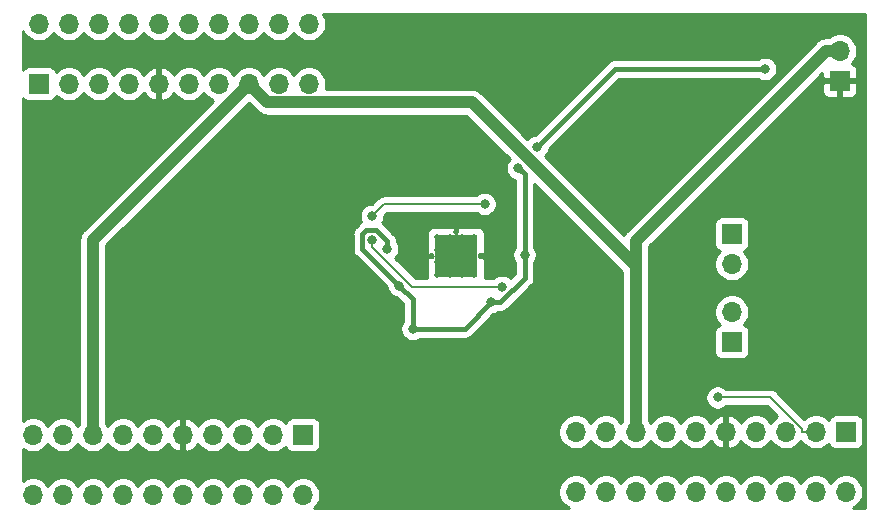
<source format=gbr>
G04 #@! TF.GenerationSoftware,KiCad,Pcbnew,5.1.5+dfsg1-2build2*
G04 #@! TF.CreationDate,2020-11-09T15:48:52+03:00*
G04 #@! TF.ProjectId,ip175,69703137-352e-46b6-9963-61645f706362,rev?*
G04 #@! TF.SameCoordinates,Original*
G04 #@! TF.FileFunction,Copper,L2,Bot*
G04 #@! TF.FilePolarity,Positive*
%FSLAX46Y46*%
G04 Gerber Fmt 4.6, Leading zero omitted, Abs format (unit mm)*
G04 Created by KiCad (PCBNEW 5.1.5+dfsg1-2build2) date 2020-11-09 15:48:52*
%MOMM*%
%LPD*%
G04 APERTURE LIST*
%ADD10R,1.700000X1.700000*%
%ADD11O,1.700000X1.700000*%
%ADD12C,0.500000*%
%ADD13R,3.650000X3.650000*%
%ADD14C,0.800000*%
%ADD15C,0.180000*%
%ADD16C,0.400000*%
%ADD17C,1.000000*%
%ADD18C,0.254000*%
G04 APERTURE END LIST*
D10*
X132588000Y-72644000D03*
D11*
X132588000Y-67564000D03*
X135128000Y-72644000D03*
X135128000Y-67564000D03*
X137668000Y-72644000D03*
X137668000Y-67564000D03*
X140208000Y-72644000D03*
X140208000Y-67564000D03*
X142748000Y-72644000D03*
X142748000Y-67564000D03*
X145288000Y-72644000D03*
X145288000Y-67564000D03*
X147828000Y-72644000D03*
X147828000Y-67564000D03*
X150368000Y-72644000D03*
X150368000Y-67564000D03*
X152908000Y-72644000D03*
X152908000Y-67564000D03*
X155448000Y-72644000D03*
X155448000Y-67564000D03*
D10*
X200914000Y-102108000D03*
D11*
X200914000Y-107188000D03*
X198374000Y-102108000D03*
X198374000Y-107188000D03*
X195834000Y-102108000D03*
X195834000Y-107188000D03*
X193294000Y-102108000D03*
X193294000Y-107188000D03*
X190754000Y-102108000D03*
X190754000Y-107188000D03*
X188214000Y-102108000D03*
X188214000Y-107188000D03*
X185674000Y-102108000D03*
X185674000Y-107188000D03*
X183134000Y-102108000D03*
X183134000Y-107188000D03*
X180594000Y-102108000D03*
X180594000Y-107188000D03*
X178054000Y-102108000D03*
X178054000Y-107188000D03*
D10*
X154940000Y-102362000D03*
D11*
X154940000Y-107442000D03*
X152400000Y-102362000D03*
X152400000Y-107442000D03*
X149860000Y-102362000D03*
X149860000Y-107442000D03*
X147320000Y-102362000D03*
X147320000Y-107442000D03*
X144780000Y-102362000D03*
X144780000Y-107442000D03*
X142240000Y-102362000D03*
X142240000Y-107442000D03*
X139700000Y-102362000D03*
X139700000Y-107442000D03*
X137160000Y-102362000D03*
X137160000Y-107442000D03*
X134620000Y-102362000D03*
X134620000Y-107442000D03*
X132080000Y-102362000D03*
X132080000Y-107442000D03*
D12*
X166320000Y-88789100D03*
X166320000Y-87739100D03*
X166320000Y-86689100D03*
X166320000Y-85639100D03*
X167370000Y-88789100D03*
X167370000Y-87739100D03*
X167370000Y-86689100D03*
X167370000Y-85639100D03*
X168420000Y-88789100D03*
X168420000Y-87739100D03*
X168420000Y-86689100D03*
X168420000Y-85639100D03*
X169470000Y-88789100D03*
X169470000Y-87739100D03*
X169470000Y-86689100D03*
X169470000Y-85639100D03*
D13*
X167895000Y-87214100D03*
D10*
X200406000Y-72390000D03*
D11*
X200406000Y-69850000D03*
D10*
X191262000Y-85344000D03*
D11*
X191262000Y-87884000D03*
D10*
X191262000Y-94488000D03*
D11*
X191262000Y-91948000D03*
D14*
X194056000Y-71374000D03*
X174752000Y-77978000D03*
X163091500Y-89719900D03*
X170891300Y-91126600D03*
X173715700Y-87120300D03*
X162052000Y-86614000D03*
X164238000Y-93390200D03*
X173171900Y-79769200D03*
X190054700Y-99191000D03*
X160782000Y-85852000D03*
X171782400Y-89825100D03*
X170325000Y-82815700D03*
X160782000Y-83820000D03*
D15*
X169470000Y-86689100D02*
X169470000Y-85639100D01*
X169470000Y-87739100D02*
X169470000Y-86689100D01*
X169470000Y-88789100D02*
X169470000Y-87739100D01*
X168420000Y-85639100D02*
X168420000Y-86689100D01*
X168420000Y-86689100D02*
X167895000Y-87214100D01*
X168420000Y-87739100D02*
X167895000Y-87214100D01*
X166320000Y-88789100D02*
X166320000Y-87739100D01*
X166320000Y-85639100D02*
X166320000Y-86689100D01*
X167370000Y-86689100D02*
X167895000Y-87214100D01*
X167370000Y-87739100D02*
X167895000Y-87214100D01*
D16*
X162052000Y-86048315D02*
X162052000Y-86614000D01*
X162052000Y-85937998D02*
X162052000Y-86048315D01*
X161166001Y-85051999D02*
X162052000Y-85937998D01*
X160312001Y-85051999D02*
X161166001Y-85051999D01*
X159981999Y-85382001D02*
X160312001Y-85051999D01*
X159981999Y-86610399D02*
X159981999Y-85382001D01*
X163091500Y-89719900D02*
X159981999Y-86610399D01*
X164238000Y-90866400D02*
X164238000Y-93390200D01*
X163091500Y-89719900D02*
X164238000Y-90866400D01*
X168627700Y-93390200D02*
X170891300Y-91126600D01*
X164238000Y-93390200D02*
X168627700Y-93390200D01*
X173715700Y-87685985D02*
X173715700Y-87120300D01*
X173715700Y-89075802D02*
X173715700Y-87685985D01*
X171664902Y-91126600D02*
X173715700Y-89075802D01*
X170891300Y-91126600D02*
X171664902Y-91126600D01*
X173715700Y-80313000D02*
X173171900Y-79769200D01*
X173715700Y-87120300D02*
X173715700Y-80313000D01*
X181356000Y-71374000D02*
X174752000Y-77978000D01*
X194056000Y-71374000D02*
X181356000Y-71374000D01*
D17*
X137160000Y-85852000D02*
X150368000Y-72644000D01*
X137160000Y-102362000D02*
X137160000Y-85852000D01*
X183134000Y-100905919D02*
X183134000Y-102108000D01*
X183134000Y-88103298D02*
X183134000Y-100905919D01*
X151918001Y-74194001D02*
X169224703Y-74194001D01*
X169224703Y-74194001D02*
X183134000Y-88103298D01*
X150368000Y-72644000D02*
X151918001Y-74194001D01*
X199203919Y-69850000D02*
X183134000Y-85919919D01*
X183134000Y-85919919D02*
X183134000Y-88103298D01*
X200406000Y-69850000D02*
X199203919Y-69850000D01*
D15*
X197233700Y-102108000D02*
X197233700Y-101894200D01*
X197233700Y-101894200D02*
X194530500Y-99191000D01*
X194530500Y-99191000D02*
X190054700Y-99191000D01*
X198374000Y-102108000D02*
X197233700Y-102108000D01*
X160782000Y-86417685D02*
X160782000Y-85852000D01*
X164189415Y-89825100D02*
X160782000Y-86417685D01*
X171782400Y-89825100D02*
X164189415Y-89825100D01*
X161786300Y-82815700D02*
X160782000Y-83820000D01*
X170325000Y-82815700D02*
X161786300Y-82815700D01*
D18*
G36*
X202540001Y-108560000D02*
G01*
X201482190Y-108560000D01*
X201617411Y-108503990D01*
X201860632Y-108341475D01*
X202067475Y-108134632D01*
X202229990Y-107891411D01*
X202341932Y-107621158D01*
X202399000Y-107334260D01*
X202399000Y-107041740D01*
X202341932Y-106754842D01*
X202229990Y-106484589D01*
X202067475Y-106241368D01*
X201860632Y-106034525D01*
X201617411Y-105872010D01*
X201347158Y-105760068D01*
X201060260Y-105703000D01*
X200767740Y-105703000D01*
X200480842Y-105760068D01*
X200210589Y-105872010D01*
X199967368Y-106034525D01*
X199760525Y-106241368D01*
X199644000Y-106415760D01*
X199527475Y-106241368D01*
X199320632Y-106034525D01*
X199077411Y-105872010D01*
X198807158Y-105760068D01*
X198520260Y-105703000D01*
X198227740Y-105703000D01*
X197940842Y-105760068D01*
X197670589Y-105872010D01*
X197427368Y-106034525D01*
X197220525Y-106241368D01*
X197104000Y-106415760D01*
X196987475Y-106241368D01*
X196780632Y-106034525D01*
X196537411Y-105872010D01*
X196267158Y-105760068D01*
X195980260Y-105703000D01*
X195687740Y-105703000D01*
X195400842Y-105760068D01*
X195130589Y-105872010D01*
X194887368Y-106034525D01*
X194680525Y-106241368D01*
X194564000Y-106415760D01*
X194447475Y-106241368D01*
X194240632Y-106034525D01*
X193997411Y-105872010D01*
X193727158Y-105760068D01*
X193440260Y-105703000D01*
X193147740Y-105703000D01*
X192860842Y-105760068D01*
X192590589Y-105872010D01*
X192347368Y-106034525D01*
X192140525Y-106241368D01*
X192024000Y-106415760D01*
X191907475Y-106241368D01*
X191700632Y-106034525D01*
X191457411Y-105872010D01*
X191187158Y-105760068D01*
X190900260Y-105703000D01*
X190607740Y-105703000D01*
X190320842Y-105760068D01*
X190050589Y-105872010D01*
X189807368Y-106034525D01*
X189600525Y-106241368D01*
X189484000Y-106415760D01*
X189367475Y-106241368D01*
X189160632Y-106034525D01*
X188917411Y-105872010D01*
X188647158Y-105760068D01*
X188360260Y-105703000D01*
X188067740Y-105703000D01*
X187780842Y-105760068D01*
X187510589Y-105872010D01*
X187267368Y-106034525D01*
X187060525Y-106241368D01*
X186944000Y-106415760D01*
X186827475Y-106241368D01*
X186620632Y-106034525D01*
X186377411Y-105872010D01*
X186107158Y-105760068D01*
X185820260Y-105703000D01*
X185527740Y-105703000D01*
X185240842Y-105760068D01*
X184970589Y-105872010D01*
X184727368Y-106034525D01*
X184520525Y-106241368D01*
X184404000Y-106415760D01*
X184287475Y-106241368D01*
X184080632Y-106034525D01*
X183837411Y-105872010D01*
X183567158Y-105760068D01*
X183280260Y-105703000D01*
X182987740Y-105703000D01*
X182700842Y-105760068D01*
X182430589Y-105872010D01*
X182187368Y-106034525D01*
X181980525Y-106241368D01*
X181864000Y-106415760D01*
X181747475Y-106241368D01*
X181540632Y-106034525D01*
X181297411Y-105872010D01*
X181027158Y-105760068D01*
X180740260Y-105703000D01*
X180447740Y-105703000D01*
X180160842Y-105760068D01*
X179890589Y-105872010D01*
X179647368Y-106034525D01*
X179440525Y-106241368D01*
X179324000Y-106415760D01*
X179207475Y-106241368D01*
X179000632Y-106034525D01*
X178757411Y-105872010D01*
X178487158Y-105760068D01*
X178200260Y-105703000D01*
X177907740Y-105703000D01*
X177620842Y-105760068D01*
X177350589Y-105872010D01*
X177107368Y-106034525D01*
X176900525Y-106241368D01*
X176738010Y-106484589D01*
X176626068Y-106754842D01*
X176569000Y-107041740D01*
X176569000Y-107334260D01*
X176626068Y-107621158D01*
X176738010Y-107891411D01*
X176900525Y-108134632D01*
X177107368Y-108341475D01*
X177350589Y-108503990D01*
X177485810Y-108560000D01*
X155922107Y-108560000D01*
X156093475Y-108388632D01*
X156255990Y-108145411D01*
X156367932Y-107875158D01*
X156425000Y-107588260D01*
X156425000Y-107295740D01*
X156367932Y-107008842D01*
X156255990Y-106738589D01*
X156093475Y-106495368D01*
X155886632Y-106288525D01*
X155643411Y-106126010D01*
X155373158Y-106014068D01*
X155086260Y-105957000D01*
X154793740Y-105957000D01*
X154506842Y-106014068D01*
X154236589Y-106126010D01*
X153993368Y-106288525D01*
X153786525Y-106495368D01*
X153670000Y-106669760D01*
X153553475Y-106495368D01*
X153346632Y-106288525D01*
X153103411Y-106126010D01*
X152833158Y-106014068D01*
X152546260Y-105957000D01*
X152253740Y-105957000D01*
X151966842Y-106014068D01*
X151696589Y-106126010D01*
X151453368Y-106288525D01*
X151246525Y-106495368D01*
X151130000Y-106669760D01*
X151013475Y-106495368D01*
X150806632Y-106288525D01*
X150563411Y-106126010D01*
X150293158Y-106014068D01*
X150006260Y-105957000D01*
X149713740Y-105957000D01*
X149426842Y-106014068D01*
X149156589Y-106126010D01*
X148913368Y-106288525D01*
X148706525Y-106495368D01*
X148590000Y-106669760D01*
X148473475Y-106495368D01*
X148266632Y-106288525D01*
X148023411Y-106126010D01*
X147753158Y-106014068D01*
X147466260Y-105957000D01*
X147173740Y-105957000D01*
X146886842Y-106014068D01*
X146616589Y-106126010D01*
X146373368Y-106288525D01*
X146166525Y-106495368D01*
X146050000Y-106669760D01*
X145933475Y-106495368D01*
X145726632Y-106288525D01*
X145483411Y-106126010D01*
X145213158Y-106014068D01*
X144926260Y-105957000D01*
X144633740Y-105957000D01*
X144346842Y-106014068D01*
X144076589Y-106126010D01*
X143833368Y-106288525D01*
X143626525Y-106495368D01*
X143510000Y-106669760D01*
X143393475Y-106495368D01*
X143186632Y-106288525D01*
X142943411Y-106126010D01*
X142673158Y-106014068D01*
X142386260Y-105957000D01*
X142093740Y-105957000D01*
X141806842Y-106014068D01*
X141536589Y-106126010D01*
X141293368Y-106288525D01*
X141086525Y-106495368D01*
X140970000Y-106669760D01*
X140853475Y-106495368D01*
X140646632Y-106288525D01*
X140403411Y-106126010D01*
X140133158Y-106014068D01*
X139846260Y-105957000D01*
X139553740Y-105957000D01*
X139266842Y-106014068D01*
X138996589Y-106126010D01*
X138753368Y-106288525D01*
X138546525Y-106495368D01*
X138430000Y-106669760D01*
X138313475Y-106495368D01*
X138106632Y-106288525D01*
X137863411Y-106126010D01*
X137593158Y-106014068D01*
X137306260Y-105957000D01*
X137013740Y-105957000D01*
X136726842Y-106014068D01*
X136456589Y-106126010D01*
X136213368Y-106288525D01*
X136006525Y-106495368D01*
X135890000Y-106669760D01*
X135773475Y-106495368D01*
X135566632Y-106288525D01*
X135323411Y-106126010D01*
X135053158Y-106014068D01*
X134766260Y-105957000D01*
X134473740Y-105957000D01*
X134186842Y-106014068D01*
X133916589Y-106126010D01*
X133673368Y-106288525D01*
X133466525Y-106495368D01*
X133350000Y-106669760D01*
X133233475Y-106495368D01*
X133026632Y-106288525D01*
X132783411Y-106126010D01*
X132513158Y-106014068D01*
X132226260Y-105957000D01*
X131933740Y-105957000D01*
X131646842Y-106014068D01*
X131376589Y-106126010D01*
X131216000Y-106233312D01*
X131216000Y-103570688D01*
X131376589Y-103677990D01*
X131646842Y-103789932D01*
X131933740Y-103847000D01*
X132226260Y-103847000D01*
X132513158Y-103789932D01*
X132783411Y-103677990D01*
X133026632Y-103515475D01*
X133233475Y-103308632D01*
X133350000Y-103134240D01*
X133466525Y-103308632D01*
X133673368Y-103515475D01*
X133916589Y-103677990D01*
X134186842Y-103789932D01*
X134473740Y-103847000D01*
X134766260Y-103847000D01*
X135053158Y-103789932D01*
X135323411Y-103677990D01*
X135566632Y-103515475D01*
X135773475Y-103308632D01*
X135890000Y-103134240D01*
X136006525Y-103308632D01*
X136213368Y-103515475D01*
X136456589Y-103677990D01*
X136726842Y-103789932D01*
X137013740Y-103847000D01*
X137306260Y-103847000D01*
X137593158Y-103789932D01*
X137863411Y-103677990D01*
X138106632Y-103515475D01*
X138313475Y-103308632D01*
X138430000Y-103134240D01*
X138546525Y-103308632D01*
X138753368Y-103515475D01*
X138996589Y-103677990D01*
X139266842Y-103789932D01*
X139553740Y-103847000D01*
X139846260Y-103847000D01*
X140133158Y-103789932D01*
X140403411Y-103677990D01*
X140646632Y-103515475D01*
X140853475Y-103308632D01*
X140970000Y-103134240D01*
X141086525Y-103308632D01*
X141293368Y-103515475D01*
X141536589Y-103677990D01*
X141806842Y-103789932D01*
X142093740Y-103847000D01*
X142386260Y-103847000D01*
X142673158Y-103789932D01*
X142943411Y-103677990D01*
X143186632Y-103515475D01*
X143393475Y-103308632D01*
X143515195Y-103126466D01*
X143584822Y-103243355D01*
X143779731Y-103459588D01*
X144013080Y-103633641D01*
X144275901Y-103758825D01*
X144423110Y-103803476D01*
X144653000Y-103682155D01*
X144653000Y-102489000D01*
X144633000Y-102489000D01*
X144633000Y-102235000D01*
X144653000Y-102235000D01*
X144653000Y-101041845D01*
X144907000Y-101041845D01*
X144907000Y-102235000D01*
X144927000Y-102235000D01*
X144927000Y-102489000D01*
X144907000Y-102489000D01*
X144907000Y-103682155D01*
X145136890Y-103803476D01*
X145284099Y-103758825D01*
X145546920Y-103633641D01*
X145780269Y-103459588D01*
X145975178Y-103243355D01*
X146044805Y-103126466D01*
X146166525Y-103308632D01*
X146373368Y-103515475D01*
X146616589Y-103677990D01*
X146886842Y-103789932D01*
X147173740Y-103847000D01*
X147466260Y-103847000D01*
X147753158Y-103789932D01*
X148023411Y-103677990D01*
X148266632Y-103515475D01*
X148473475Y-103308632D01*
X148590000Y-103134240D01*
X148706525Y-103308632D01*
X148913368Y-103515475D01*
X149156589Y-103677990D01*
X149426842Y-103789932D01*
X149713740Y-103847000D01*
X150006260Y-103847000D01*
X150293158Y-103789932D01*
X150563411Y-103677990D01*
X150806632Y-103515475D01*
X151013475Y-103308632D01*
X151130000Y-103134240D01*
X151246525Y-103308632D01*
X151453368Y-103515475D01*
X151696589Y-103677990D01*
X151966842Y-103789932D01*
X152253740Y-103847000D01*
X152546260Y-103847000D01*
X152833158Y-103789932D01*
X153103411Y-103677990D01*
X153346632Y-103515475D01*
X153478487Y-103383620D01*
X153500498Y-103456180D01*
X153559463Y-103566494D01*
X153638815Y-103663185D01*
X153735506Y-103742537D01*
X153845820Y-103801502D01*
X153965518Y-103837812D01*
X154090000Y-103850072D01*
X155790000Y-103850072D01*
X155914482Y-103837812D01*
X156034180Y-103801502D01*
X156144494Y-103742537D01*
X156241185Y-103663185D01*
X156320537Y-103566494D01*
X156379502Y-103456180D01*
X156415812Y-103336482D01*
X156428072Y-103212000D01*
X156428072Y-101512000D01*
X156415812Y-101387518D01*
X156379502Y-101267820D01*
X156320537Y-101157506D01*
X156241185Y-101060815D01*
X156144494Y-100981463D01*
X156034180Y-100922498D01*
X155914482Y-100886188D01*
X155790000Y-100873928D01*
X154090000Y-100873928D01*
X153965518Y-100886188D01*
X153845820Y-100922498D01*
X153735506Y-100981463D01*
X153638815Y-101060815D01*
X153559463Y-101157506D01*
X153500498Y-101267820D01*
X153478487Y-101340380D01*
X153346632Y-101208525D01*
X153103411Y-101046010D01*
X152833158Y-100934068D01*
X152546260Y-100877000D01*
X152253740Y-100877000D01*
X151966842Y-100934068D01*
X151696589Y-101046010D01*
X151453368Y-101208525D01*
X151246525Y-101415368D01*
X151130000Y-101589760D01*
X151013475Y-101415368D01*
X150806632Y-101208525D01*
X150563411Y-101046010D01*
X150293158Y-100934068D01*
X150006260Y-100877000D01*
X149713740Y-100877000D01*
X149426842Y-100934068D01*
X149156589Y-101046010D01*
X148913368Y-101208525D01*
X148706525Y-101415368D01*
X148590000Y-101589760D01*
X148473475Y-101415368D01*
X148266632Y-101208525D01*
X148023411Y-101046010D01*
X147753158Y-100934068D01*
X147466260Y-100877000D01*
X147173740Y-100877000D01*
X146886842Y-100934068D01*
X146616589Y-101046010D01*
X146373368Y-101208525D01*
X146166525Y-101415368D01*
X146044805Y-101597534D01*
X145975178Y-101480645D01*
X145780269Y-101264412D01*
X145546920Y-101090359D01*
X145284099Y-100965175D01*
X145136890Y-100920524D01*
X144907000Y-101041845D01*
X144653000Y-101041845D01*
X144423110Y-100920524D01*
X144275901Y-100965175D01*
X144013080Y-101090359D01*
X143779731Y-101264412D01*
X143584822Y-101480645D01*
X143515195Y-101597534D01*
X143393475Y-101415368D01*
X143186632Y-101208525D01*
X142943411Y-101046010D01*
X142673158Y-100934068D01*
X142386260Y-100877000D01*
X142093740Y-100877000D01*
X141806842Y-100934068D01*
X141536589Y-101046010D01*
X141293368Y-101208525D01*
X141086525Y-101415368D01*
X140970000Y-101589760D01*
X140853475Y-101415368D01*
X140646632Y-101208525D01*
X140403411Y-101046010D01*
X140133158Y-100934068D01*
X139846260Y-100877000D01*
X139553740Y-100877000D01*
X139266842Y-100934068D01*
X138996589Y-101046010D01*
X138753368Y-101208525D01*
X138546525Y-101415368D01*
X138430000Y-101589760D01*
X138313475Y-101415368D01*
X138295000Y-101396893D01*
X138295000Y-86322131D01*
X150368001Y-74249132D01*
X151076010Y-74957141D01*
X151111552Y-75000450D01*
X151284378Y-75142285D01*
X151481554Y-75247677D01*
X151695502Y-75312578D01*
X151862249Y-75329001D01*
X151862258Y-75329001D01*
X151918000Y-75334491D01*
X151973742Y-75329001D01*
X168754572Y-75329001D01*
X172451480Y-79025909D01*
X172367963Y-79109426D01*
X172254695Y-79278944D01*
X172176674Y-79467302D01*
X172136900Y-79667261D01*
X172136900Y-79871139D01*
X172176674Y-80071098D01*
X172254695Y-80259456D01*
X172367963Y-80428974D01*
X172512126Y-80573137D01*
X172681644Y-80686405D01*
X172870002Y-80764426D01*
X172880701Y-80766554D01*
X172880700Y-86507015D01*
X172798495Y-86630044D01*
X172720474Y-86818402D01*
X172680700Y-87018361D01*
X172680700Y-87222239D01*
X172720474Y-87422198D01*
X172798495Y-87610556D01*
X172880701Y-87733586D01*
X172880700Y-88729934D01*
X172515823Y-89094812D01*
X172442174Y-89021163D01*
X172272656Y-88907895D01*
X172084298Y-88829874D01*
X171884339Y-88790100D01*
X171680461Y-88790100D01*
X171480502Y-88829874D01*
X171292144Y-88907895D01*
X171122626Y-89021163D01*
X171043689Y-89100100D01*
X170352064Y-89100100D01*
X170358072Y-89039100D01*
X170355000Y-87499850D01*
X170310511Y-87455361D01*
X170254827Y-87320926D01*
X170066164Y-87316884D01*
X170041948Y-87341100D01*
X169891020Y-87341100D01*
X169892216Y-87285264D01*
X169821052Y-87214100D01*
X169892216Y-87142936D01*
X169891020Y-87087100D01*
X170041948Y-87087100D01*
X170066164Y-87111316D01*
X170254827Y-87107274D01*
X170310159Y-86973191D01*
X170355000Y-86928350D01*
X170358072Y-85389100D01*
X170345812Y-85264618D01*
X170309502Y-85144920D01*
X170250537Y-85034606D01*
X170171185Y-84937915D01*
X170074494Y-84858563D01*
X169964180Y-84799598D01*
X169844482Y-84763288D01*
X169720000Y-84751028D01*
X168180750Y-84754100D01*
X168136261Y-84798589D01*
X168001826Y-84854273D01*
X167997784Y-85042936D01*
X168022000Y-85067152D01*
X168022000Y-85218080D01*
X167966164Y-85216884D01*
X167895000Y-85288048D01*
X167823836Y-85216884D01*
X167768000Y-85218080D01*
X167768000Y-85067152D01*
X167792216Y-85042936D01*
X167788174Y-84854273D01*
X167654091Y-84798941D01*
X167609250Y-84754100D01*
X166070000Y-84751028D01*
X165945518Y-84763288D01*
X165825820Y-84799598D01*
X165715506Y-84858563D01*
X165618815Y-84937915D01*
X165539463Y-85034606D01*
X165480498Y-85144920D01*
X165444188Y-85264618D01*
X165431928Y-85389100D01*
X165435000Y-86928350D01*
X165479489Y-86972839D01*
X165535173Y-87107274D01*
X165723836Y-87111316D01*
X165748052Y-87087100D01*
X165898980Y-87087100D01*
X165897784Y-87142936D01*
X165968948Y-87214100D01*
X165897784Y-87285264D01*
X165898980Y-87341100D01*
X165748052Y-87341100D01*
X165723836Y-87316884D01*
X165535173Y-87320926D01*
X165479841Y-87455009D01*
X165435000Y-87499850D01*
X165431928Y-89039100D01*
X165437936Y-89100100D01*
X164489720Y-89100100D01*
X162759665Y-87370046D01*
X162855937Y-87273774D01*
X162969205Y-87104256D01*
X163047226Y-86915898D01*
X163087000Y-86715939D01*
X163087000Y-86512061D01*
X163047226Y-86312102D01*
X162969205Y-86123744D01*
X162887000Y-86000715D01*
X162887000Y-85979016D01*
X162891040Y-85937998D01*
X162874918Y-85774309D01*
X162827172Y-85616911D01*
X162749636Y-85471852D01*
X162671439Y-85376568D01*
X162671437Y-85376566D01*
X162645291Y-85344707D01*
X162613433Y-85318562D01*
X161785446Y-84490577D01*
X161759292Y-84458708D01*
X161656422Y-84374285D01*
X161699205Y-84310256D01*
X161777226Y-84121898D01*
X161817000Y-83921939D01*
X161817000Y-83810305D01*
X162086605Y-83540700D01*
X169586289Y-83540700D01*
X169665226Y-83619637D01*
X169834744Y-83732905D01*
X170023102Y-83810926D01*
X170223061Y-83850700D01*
X170426939Y-83850700D01*
X170626898Y-83810926D01*
X170815256Y-83732905D01*
X170984774Y-83619637D01*
X171128937Y-83475474D01*
X171242205Y-83305956D01*
X171320226Y-83117598D01*
X171360000Y-82917639D01*
X171360000Y-82713761D01*
X171320226Y-82513802D01*
X171242205Y-82325444D01*
X171128937Y-82155926D01*
X170984774Y-82011763D01*
X170815256Y-81898495D01*
X170626898Y-81820474D01*
X170426939Y-81780700D01*
X170223061Y-81780700D01*
X170023102Y-81820474D01*
X169834744Y-81898495D01*
X169665226Y-82011763D01*
X169586289Y-82090700D01*
X161821900Y-82090700D01*
X161786300Y-82087194D01*
X161750700Y-82090700D01*
X161750693Y-82090700D01*
X161644175Y-82101191D01*
X161507512Y-82142647D01*
X161381563Y-82209969D01*
X161298825Y-82277870D01*
X161298823Y-82277872D01*
X161271168Y-82300568D01*
X161248472Y-82328223D01*
X160791695Y-82785000D01*
X160680061Y-82785000D01*
X160480102Y-82824774D01*
X160291744Y-82902795D01*
X160122226Y-83016063D01*
X159978063Y-83160226D01*
X159864795Y-83329744D01*
X159786774Y-83518102D01*
X159747000Y-83718061D01*
X159747000Y-83921939D01*
X159786774Y-84121898D01*
X159864795Y-84310256D01*
X159881526Y-84335296D01*
X159845855Y-84354363D01*
X159718710Y-84458708D01*
X159692555Y-84490578D01*
X159420573Y-84762560D01*
X159388709Y-84788710D01*
X159307906Y-84887169D01*
X159284363Y-84915856D01*
X159206827Y-85060915D01*
X159159081Y-85218313D01*
X159142959Y-85382001D01*
X159147000Y-85423029D01*
X159146999Y-86569380D01*
X159142959Y-86610399D01*
X159146999Y-86651417D01*
X159159081Y-86774087D01*
X159206827Y-86931485D01*
X159284363Y-87076544D01*
X159388708Y-87203690D01*
X159420578Y-87229845D01*
X162067408Y-89876675D01*
X162096274Y-90021798D01*
X162174295Y-90210156D01*
X162287563Y-90379674D01*
X162431726Y-90523837D01*
X162601244Y-90637105D01*
X162789602Y-90715126D01*
X162934725Y-90743992D01*
X163403000Y-91212269D01*
X163403001Y-92776914D01*
X163320795Y-92899944D01*
X163242774Y-93088302D01*
X163203000Y-93288261D01*
X163203000Y-93492139D01*
X163242774Y-93692098D01*
X163320795Y-93880456D01*
X163434063Y-94049974D01*
X163578226Y-94194137D01*
X163747744Y-94307405D01*
X163936102Y-94385426D01*
X164136061Y-94425200D01*
X164339939Y-94425200D01*
X164539898Y-94385426D01*
X164728256Y-94307405D01*
X164851285Y-94225200D01*
X168586682Y-94225200D01*
X168627700Y-94229240D01*
X168668718Y-94225200D01*
X168668719Y-94225200D01*
X168791389Y-94213118D01*
X168948787Y-94165372D01*
X169093846Y-94087836D01*
X169220991Y-93983491D01*
X169247146Y-93951621D01*
X171048076Y-92150692D01*
X171193198Y-92121826D01*
X171381556Y-92043805D01*
X171504585Y-91961600D01*
X171623884Y-91961600D01*
X171664902Y-91965640D01*
X171705920Y-91961600D01*
X171705921Y-91961600D01*
X171828591Y-91949518D01*
X171985989Y-91901772D01*
X172131048Y-91824236D01*
X172258193Y-91719891D01*
X172284348Y-91688021D01*
X174277128Y-89695242D01*
X174308991Y-89669093D01*
X174413336Y-89541948D01*
X174490872Y-89396889D01*
X174538618Y-89239491D01*
X174550700Y-89116821D01*
X174550700Y-89116811D01*
X174554739Y-89075803D01*
X174550700Y-89034795D01*
X174550700Y-87733585D01*
X174632905Y-87610556D01*
X174710926Y-87422198D01*
X174750700Y-87222239D01*
X174750700Y-87018361D01*
X174710926Y-86818402D01*
X174632905Y-86630044D01*
X174550700Y-86507015D01*
X174550700Y-81125129D01*
X181999000Y-88573430D01*
X181999001Y-100850158D01*
X181999000Y-100850168D01*
X181999000Y-101142893D01*
X181980525Y-101161368D01*
X181864000Y-101335760D01*
X181747475Y-101161368D01*
X181540632Y-100954525D01*
X181297411Y-100792010D01*
X181027158Y-100680068D01*
X180740260Y-100623000D01*
X180447740Y-100623000D01*
X180160842Y-100680068D01*
X179890589Y-100792010D01*
X179647368Y-100954525D01*
X179440525Y-101161368D01*
X179324000Y-101335760D01*
X179207475Y-101161368D01*
X179000632Y-100954525D01*
X178757411Y-100792010D01*
X178487158Y-100680068D01*
X178200260Y-100623000D01*
X177907740Y-100623000D01*
X177620842Y-100680068D01*
X177350589Y-100792010D01*
X177107368Y-100954525D01*
X176900525Y-101161368D01*
X176738010Y-101404589D01*
X176626068Y-101674842D01*
X176569000Y-101961740D01*
X176569000Y-102254260D01*
X176626068Y-102541158D01*
X176738010Y-102811411D01*
X176900525Y-103054632D01*
X177107368Y-103261475D01*
X177350589Y-103423990D01*
X177620842Y-103535932D01*
X177907740Y-103593000D01*
X178200260Y-103593000D01*
X178487158Y-103535932D01*
X178757411Y-103423990D01*
X179000632Y-103261475D01*
X179207475Y-103054632D01*
X179324000Y-102880240D01*
X179440525Y-103054632D01*
X179647368Y-103261475D01*
X179890589Y-103423990D01*
X180160842Y-103535932D01*
X180447740Y-103593000D01*
X180740260Y-103593000D01*
X181027158Y-103535932D01*
X181297411Y-103423990D01*
X181540632Y-103261475D01*
X181747475Y-103054632D01*
X181864000Y-102880240D01*
X181980525Y-103054632D01*
X182187368Y-103261475D01*
X182430589Y-103423990D01*
X182700842Y-103535932D01*
X182987740Y-103593000D01*
X183280260Y-103593000D01*
X183567158Y-103535932D01*
X183837411Y-103423990D01*
X184080632Y-103261475D01*
X184287475Y-103054632D01*
X184404000Y-102880240D01*
X184520525Y-103054632D01*
X184727368Y-103261475D01*
X184970589Y-103423990D01*
X185240842Y-103535932D01*
X185527740Y-103593000D01*
X185820260Y-103593000D01*
X186107158Y-103535932D01*
X186377411Y-103423990D01*
X186620632Y-103261475D01*
X186827475Y-103054632D01*
X186944000Y-102880240D01*
X187060525Y-103054632D01*
X187267368Y-103261475D01*
X187510589Y-103423990D01*
X187780842Y-103535932D01*
X188067740Y-103593000D01*
X188360260Y-103593000D01*
X188647158Y-103535932D01*
X188917411Y-103423990D01*
X189160632Y-103261475D01*
X189367475Y-103054632D01*
X189489195Y-102872466D01*
X189558822Y-102989355D01*
X189753731Y-103205588D01*
X189987080Y-103379641D01*
X190249901Y-103504825D01*
X190397110Y-103549476D01*
X190627000Y-103428155D01*
X190627000Y-102235000D01*
X190607000Y-102235000D01*
X190607000Y-101981000D01*
X190627000Y-101981000D01*
X190627000Y-100787845D01*
X190397110Y-100666524D01*
X190249901Y-100711175D01*
X189987080Y-100836359D01*
X189753731Y-101010412D01*
X189558822Y-101226645D01*
X189489195Y-101343534D01*
X189367475Y-101161368D01*
X189160632Y-100954525D01*
X188917411Y-100792010D01*
X188647158Y-100680068D01*
X188360260Y-100623000D01*
X188067740Y-100623000D01*
X187780842Y-100680068D01*
X187510589Y-100792010D01*
X187267368Y-100954525D01*
X187060525Y-101161368D01*
X186944000Y-101335760D01*
X186827475Y-101161368D01*
X186620632Y-100954525D01*
X186377411Y-100792010D01*
X186107158Y-100680068D01*
X185820260Y-100623000D01*
X185527740Y-100623000D01*
X185240842Y-100680068D01*
X184970589Y-100792010D01*
X184727368Y-100954525D01*
X184520525Y-101161368D01*
X184404000Y-101335760D01*
X184287475Y-101161368D01*
X184269000Y-101142893D01*
X184269000Y-99089061D01*
X189019700Y-99089061D01*
X189019700Y-99292939D01*
X189059474Y-99492898D01*
X189137495Y-99681256D01*
X189250763Y-99850774D01*
X189394926Y-99994937D01*
X189564444Y-100108205D01*
X189752802Y-100186226D01*
X189952761Y-100226000D01*
X190156639Y-100226000D01*
X190356598Y-100186226D01*
X190544956Y-100108205D01*
X190714474Y-99994937D01*
X190793411Y-99916000D01*
X194230196Y-99916000D01*
X195115972Y-100801777D01*
X194887368Y-100954525D01*
X194680525Y-101161368D01*
X194564000Y-101335760D01*
X194447475Y-101161368D01*
X194240632Y-100954525D01*
X193997411Y-100792010D01*
X193727158Y-100680068D01*
X193440260Y-100623000D01*
X193147740Y-100623000D01*
X192860842Y-100680068D01*
X192590589Y-100792010D01*
X192347368Y-100954525D01*
X192140525Y-101161368D01*
X192018805Y-101343534D01*
X191949178Y-101226645D01*
X191754269Y-101010412D01*
X191520920Y-100836359D01*
X191258099Y-100711175D01*
X191110890Y-100666524D01*
X190881000Y-100787845D01*
X190881000Y-101981000D01*
X190901000Y-101981000D01*
X190901000Y-102235000D01*
X190881000Y-102235000D01*
X190881000Y-103428155D01*
X191110890Y-103549476D01*
X191258099Y-103504825D01*
X191520920Y-103379641D01*
X191754269Y-103205588D01*
X191949178Y-102989355D01*
X192018805Y-102872466D01*
X192140525Y-103054632D01*
X192347368Y-103261475D01*
X192590589Y-103423990D01*
X192860842Y-103535932D01*
X193147740Y-103593000D01*
X193440260Y-103593000D01*
X193727158Y-103535932D01*
X193997411Y-103423990D01*
X194240632Y-103261475D01*
X194447475Y-103054632D01*
X194564000Y-102880240D01*
X194680525Y-103054632D01*
X194887368Y-103261475D01*
X195130589Y-103423990D01*
X195400842Y-103535932D01*
X195687740Y-103593000D01*
X195980260Y-103593000D01*
X196267158Y-103535932D01*
X196537411Y-103423990D01*
X196780632Y-103261475D01*
X196987475Y-103054632D01*
X197104000Y-102880240D01*
X197220525Y-103054632D01*
X197427368Y-103261475D01*
X197670589Y-103423990D01*
X197940842Y-103535932D01*
X198227740Y-103593000D01*
X198520260Y-103593000D01*
X198807158Y-103535932D01*
X199077411Y-103423990D01*
X199320632Y-103261475D01*
X199452487Y-103129620D01*
X199474498Y-103202180D01*
X199533463Y-103312494D01*
X199612815Y-103409185D01*
X199709506Y-103488537D01*
X199819820Y-103547502D01*
X199939518Y-103583812D01*
X200064000Y-103596072D01*
X201764000Y-103596072D01*
X201888482Y-103583812D01*
X202008180Y-103547502D01*
X202118494Y-103488537D01*
X202215185Y-103409185D01*
X202294537Y-103312494D01*
X202353502Y-103202180D01*
X202389812Y-103082482D01*
X202402072Y-102958000D01*
X202402072Y-101258000D01*
X202389812Y-101133518D01*
X202353502Y-101013820D01*
X202294537Y-100903506D01*
X202215185Y-100806815D01*
X202118494Y-100727463D01*
X202008180Y-100668498D01*
X201888482Y-100632188D01*
X201764000Y-100619928D01*
X200064000Y-100619928D01*
X199939518Y-100632188D01*
X199819820Y-100668498D01*
X199709506Y-100727463D01*
X199612815Y-100806815D01*
X199533463Y-100903506D01*
X199474498Y-101013820D01*
X199452487Y-101086380D01*
X199320632Y-100954525D01*
X199077411Y-100792010D01*
X198807158Y-100680068D01*
X198520260Y-100623000D01*
X198227740Y-100623000D01*
X197940842Y-100680068D01*
X197670589Y-100792010D01*
X197427368Y-100954525D01*
X197373349Y-101008544D01*
X195068332Y-98703528D01*
X195045632Y-98675868D01*
X194935237Y-98585269D01*
X194809288Y-98517947D01*
X194672625Y-98476491D01*
X194566107Y-98466000D01*
X194566097Y-98466000D01*
X194530500Y-98462494D01*
X194494903Y-98466000D01*
X190793411Y-98466000D01*
X190714474Y-98387063D01*
X190544956Y-98273795D01*
X190356598Y-98195774D01*
X190156639Y-98156000D01*
X189952761Y-98156000D01*
X189752802Y-98195774D01*
X189564444Y-98273795D01*
X189394926Y-98387063D01*
X189250763Y-98531226D01*
X189137495Y-98700744D01*
X189059474Y-98889102D01*
X189019700Y-99089061D01*
X184269000Y-99089061D01*
X184269000Y-93638000D01*
X189773928Y-93638000D01*
X189773928Y-95338000D01*
X189786188Y-95462482D01*
X189822498Y-95582180D01*
X189881463Y-95692494D01*
X189960815Y-95789185D01*
X190057506Y-95868537D01*
X190167820Y-95927502D01*
X190287518Y-95963812D01*
X190412000Y-95976072D01*
X192112000Y-95976072D01*
X192236482Y-95963812D01*
X192356180Y-95927502D01*
X192466494Y-95868537D01*
X192563185Y-95789185D01*
X192642537Y-95692494D01*
X192701502Y-95582180D01*
X192737812Y-95462482D01*
X192750072Y-95338000D01*
X192750072Y-93638000D01*
X192737812Y-93513518D01*
X192701502Y-93393820D01*
X192642537Y-93283506D01*
X192563185Y-93186815D01*
X192466494Y-93107463D01*
X192356180Y-93048498D01*
X192283620Y-93026487D01*
X192415475Y-92894632D01*
X192577990Y-92651411D01*
X192689932Y-92381158D01*
X192747000Y-92094260D01*
X192747000Y-91801740D01*
X192689932Y-91514842D01*
X192577990Y-91244589D01*
X192415475Y-91001368D01*
X192208632Y-90794525D01*
X191965411Y-90632010D01*
X191695158Y-90520068D01*
X191408260Y-90463000D01*
X191115740Y-90463000D01*
X190828842Y-90520068D01*
X190558589Y-90632010D01*
X190315368Y-90794525D01*
X190108525Y-91001368D01*
X189946010Y-91244589D01*
X189834068Y-91514842D01*
X189777000Y-91801740D01*
X189777000Y-92094260D01*
X189834068Y-92381158D01*
X189946010Y-92651411D01*
X190108525Y-92894632D01*
X190240380Y-93026487D01*
X190167820Y-93048498D01*
X190057506Y-93107463D01*
X189960815Y-93186815D01*
X189881463Y-93283506D01*
X189822498Y-93393820D01*
X189786188Y-93513518D01*
X189773928Y-93638000D01*
X184269000Y-93638000D01*
X184269000Y-88159039D01*
X184274490Y-88103297D01*
X184269000Y-88047555D01*
X184269000Y-86390050D01*
X186165050Y-84494000D01*
X189773928Y-84494000D01*
X189773928Y-86194000D01*
X189786188Y-86318482D01*
X189822498Y-86438180D01*
X189881463Y-86548494D01*
X189960815Y-86645185D01*
X190057506Y-86724537D01*
X190167820Y-86783502D01*
X190240380Y-86805513D01*
X190108525Y-86937368D01*
X189946010Y-87180589D01*
X189834068Y-87450842D01*
X189777000Y-87737740D01*
X189777000Y-88030260D01*
X189834068Y-88317158D01*
X189946010Y-88587411D01*
X190108525Y-88830632D01*
X190315368Y-89037475D01*
X190558589Y-89199990D01*
X190828842Y-89311932D01*
X191115740Y-89369000D01*
X191408260Y-89369000D01*
X191695158Y-89311932D01*
X191965411Y-89199990D01*
X192208632Y-89037475D01*
X192415475Y-88830632D01*
X192577990Y-88587411D01*
X192689932Y-88317158D01*
X192747000Y-88030260D01*
X192747000Y-87737740D01*
X192689932Y-87450842D01*
X192577990Y-87180589D01*
X192415475Y-86937368D01*
X192283620Y-86805513D01*
X192356180Y-86783502D01*
X192466494Y-86724537D01*
X192563185Y-86645185D01*
X192642537Y-86548494D01*
X192701502Y-86438180D01*
X192737812Y-86318482D01*
X192750072Y-86194000D01*
X192750072Y-84494000D01*
X192737812Y-84369518D01*
X192701502Y-84249820D01*
X192642537Y-84139506D01*
X192563185Y-84042815D01*
X192466494Y-83963463D01*
X192356180Y-83904498D01*
X192236482Y-83868188D01*
X192112000Y-83855928D01*
X190412000Y-83855928D01*
X190287518Y-83868188D01*
X190167820Y-83904498D01*
X190057506Y-83963463D01*
X189960815Y-84042815D01*
X189881463Y-84139506D01*
X189822498Y-84249820D01*
X189786188Y-84369518D01*
X189773928Y-84494000D01*
X186165050Y-84494000D01*
X197419050Y-73240000D01*
X198917928Y-73240000D01*
X198930188Y-73364482D01*
X198966498Y-73484180D01*
X199025463Y-73594494D01*
X199104815Y-73691185D01*
X199201506Y-73770537D01*
X199311820Y-73829502D01*
X199431518Y-73865812D01*
X199556000Y-73878072D01*
X200120250Y-73875000D01*
X200279000Y-73716250D01*
X200279000Y-72517000D01*
X200533000Y-72517000D01*
X200533000Y-73716250D01*
X200691750Y-73875000D01*
X201256000Y-73878072D01*
X201380482Y-73865812D01*
X201500180Y-73829502D01*
X201610494Y-73770537D01*
X201707185Y-73691185D01*
X201786537Y-73594494D01*
X201845502Y-73484180D01*
X201881812Y-73364482D01*
X201894072Y-73240000D01*
X201891000Y-72675750D01*
X201732250Y-72517000D01*
X200533000Y-72517000D01*
X200279000Y-72517000D01*
X199079750Y-72517000D01*
X198921000Y-72675750D01*
X198917928Y-73240000D01*
X197419050Y-73240000D01*
X198919017Y-71740034D01*
X198921000Y-72104250D01*
X199079750Y-72263000D01*
X200279000Y-72263000D01*
X200279000Y-72243000D01*
X200533000Y-72243000D01*
X200533000Y-72263000D01*
X201732250Y-72263000D01*
X201891000Y-72104250D01*
X201894072Y-71540000D01*
X201881812Y-71415518D01*
X201845502Y-71295820D01*
X201786537Y-71185506D01*
X201707185Y-71088815D01*
X201610494Y-71009463D01*
X201500180Y-70950498D01*
X201427620Y-70928487D01*
X201559475Y-70796632D01*
X201721990Y-70553411D01*
X201833932Y-70283158D01*
X201891000Y-69996260D01*
X201891000Y-69703740D01*
X201833932Y-69416842D01*
X201721990Y-69146589D01*
X201559475Y-68903368D01*
X201352632Y-68696525D01*
X201109411Y-68534010D01*
X200839158Y-68422068D01*
X200552260Y-68365000D01*
X200259740Y-68365000D01*
X199972842Y-68422068D01*
X199702589Y-68534010D01*
X199459368Y-68696525D01*
X199440893Y-68715000D01*
X199259660Y-68715000D01*
X199203918Y-68709510D01*
X199148176Y-68715000D01*
X199148167Y-68715000D01*
X198981420Y-68731423D01*
X198767472Y-68796324D01*
X198570296Y-68901716D01*
X198397470Y-69043551D01*
X198361928Y-69086859D01*
X182370865Y-85077923D01*
X182327551Y-85113470D01*
X182185716Y-85286296D01*
X182093903Y-85458069D01*
X175414772Y-78778939D01*
X175555937Y-78637774D01*
X175669205Y-78468256D01*
X175747226Y-78279898D01*
X175776093Y-78134774D01*
X181701868Y-72209000D01*
X193442715Y-72209000D01*
X193565744Y-72291205D01*
X193754102Y-72369226D01*
X193954061Y-72409000D01*
X194157939Y-72409000D01*
X194357898Y-72369226D01*
X194546256Y-72291205D01*
X194715774Y-72177937D01*
X194859937Y-72033774D01*
X194973205Y-71864256D01*
X195051226Y-71675898D01*
X195091000Y-71475939D01*
X195091000Y-71272061D01*
X195051226Y-71072102D01*
X194973205Y-70883744D01*
X194859937Y-70714226D01*
X194715774Y-70570063D01*
X194546256Y-70456795D01*
X194357898Y-70378774D01*
X194157939Y-70339000D01*
X193954061Y-70339000D01*
X193754102Y-70378774D01*
X193565744Y-70456795D01*
X193442715Y-70539000D01*
X181397007Y-70539000D01*
X181355999Y-70534961D01*
X181314991Y-70539000D01*
X181314981Y-70539000D01*
X181192311Y-70551082D01*
X181034913Y-70598828D01*
X180889854Y-70676364D01*
X180762709Y-70780709D01*
X180736559Y-70812573D01*
X174595226Y-76953907D01*
X174450102Y-76982774D01*
X174261744Y-77060795D01*
X174092226Y-77174063D01*
X173951061Y-77315228D01*
X170066699Y-73430866D01*
X170031152Y-73387552D01*
X169858326Y-73245717D01*
X169661150Y-73140325D01*
X169447202Y-73075424D01*
X169280455Y-73059001D01*
X169280454Y-73059001D01*
X169224703Y-73053510D01*
X169168952Y-73059001D01*
X156879544Y-73059001D01*
X156933000Y-72790260D01*
X156933000Y-72497740D01*
X156875932Y-72210842D01*
X156763990Y-71940589D01*
X156601475Y-71697368D01*
X156394632Y-71490525D01*
X156151411Y-71328010D01*
X155881158Y-71216068D01*
X155594260Y-71159000D01*
X155301740Y-71159000D01*
X155014842Y-71216068D01*
X154744589Y-71328010D01*
X154501368Y-71490525D01*
X154294525Y-71697368D01*
X154178000Y-71871760D01*
X154061475Y-71697368D01*
X153854632Y-71490525D01*
X153611411Y-71328010D01*
X153341158Y-71216068D01*
X153054260Y-71159000D01*
X152761740Y-71159000D01*
X152474842Y-71216068D01*
X152204589Y-71328010D01*
X151961368Y-71490525D01*
X151754525Y-71697368D01*
X151638000Y-71871760D01*
X151521475Y-71697368D01*
X151314632Y-71490525D01*
X151071411Y-71328010D01*
X150801158Y-71216068D01*
X150514260Y-71159000D01*
X150221740Y-71159000D01*
X149934842Y-71216068D01*
X149664589Y-71328010D01*
X149421368Y-71490525D01*
X149214525Y-71697368D01*
X149098000Y-71871760D01*
X148981475Y-71697368D01*
X148774632Y-71490525D01*
X148531411Y-71328010D01*
X148261158Y-71216068D01*
X147974260Y-71159000D01*
X147681740Y-71159000D01*
X147394842Y-71216068D01*
X147124589Y-71328010D01*
X146881368Y-71490525D01*
X146674525Y-71697368D01*
X146558000Y-71871760D01*
X146441475Y-71697368D01*
X146234632Y-71490525D01*
X145991411Y-71328010D01*
X145721158Y-71216068D01*
X145434260Y-71159000D01*
X145141740Y-71159000D01*
X144854842Y-71216068D01*
X144584589Y-71328010D01*
X144341368Y-71490525D01*
X144134525Y-71697368D01*
X144012805Y-71879534D01*
X143943178Y-71762645D01*
X143748269Y-71546412D01*
X143514920Y-71372359D01*
X143252099Y-71247175D01*
X143104890Y-71202524D01*
X142875000Y-71323845D01*
X142875000Y-72517000D01*
X142895000Y-72517000D01*
X142895000Y-72771000D01*
X142875000Y-72771000D01*
X142875000Y-73964155D01*
X143104890Y-74085476D01*
X143252099Y-74040825D01*
X143514920Y-73915641D01*
X143748269Y-73741588D01*
X143943178Y-73525355D01*
X144012805Y-73408466D01*
X144134525Y-73590632D01*
X144341368Y-73797475D01*
X144584589Y-73959990D01*
X144854842Y-74071932D01*
X145141740Y-74129000D01*
X145434260Y-74129000D01*
X145721158Y-74071932D01*
X145991411Y-73959990D01*
X146234632Y-73797475D01*
X146441475Y-73590632D01*
X146558000Y-73416240D01*
X146674525Y-73590632D01*
X146881368Y-73797475D01*
X147124589Y-73959990D01*
X147352482Y-74054386D01*
X136396860Y-85010009D01*
X136353552Y-85045551D01*
X136211717Y-85218377D01*
X136210355Y-85220926D01*
X136106324Y-85415554D01*
X136041423Y-85629502D01*
X136019509Y-85852000D01*
X136025001Y-85907762D01*
X136025000Y-101396893D01*
X136006525Y-101415368D01*
X135890000Y-101589760D01*
X135773475Y-101415368D01*
X135566632Y-101208525D01*
X135323411Y-101046010D01*
X135053158Y-100934068D01*
X134766260Y-100877000D01*
X134473740Y-100877000D01*
X134186842Y-100934068D01*
X133916589Y-101046010D01*
X133673368Y-101208525D01*
X133466525Y-101415368D01*
X133350000Y-101589760D01*
X133233475Y-101415368D01*
X133026632Y-101208525D01*
X132783411Y-101046010D01*
X132513158Y-100934068D01*
X132226260Y-100877000D01*
X131933740Y-100877000D01*
X131646842Y-100934068D01*
X131376589Y-101046010D01*
X131216000Y-101153312D01*
X131216000Y-73858896D01*
X131286815Y-73945185D01*
X131383506Y-74024537D01*
X131493820Y-74083502D01*
X131613518Y-74119812D01*
X131738000Y-74132072D01*
X133438000Y-74132072D01*
X133562482Y-74119812D01*
X133682180Y-74083502D01*
X133792494Y-74024537D01*
X133889185Y-73945185D01*
X133968537Y-73848494D01*
X134027502Y-73738180D01*
X134049513Y-73665620D01*
X134181368Y-73797475D01*
X134424589Y-73959990D01*
X134694842Y-74071932D01*
X134981740Y-74129000D01*
X135274260Y-74129000D01*
X135561158Y-74071932D01*
X135831411Y-73959990D01*
X136074632Y-73797475D01*
X136281475Y-73590632D01*
X136398000Y-73416240D01*
X136514525Y-73590632D01*
X136721368Y-73797475D01*
X136964589Y-73959990D01*
X137234842Y-74071932D01*
X137521740Y-74129000D01*
X137814260Y-74129000D01*
X138101158Y-74071932D01*
X138371411Y-73959990D01*
X138614632Y-73797475D01*
X138821475Y-73590632D01*
X138938000Y-73416240D01*
X139054525Y-73590632D01*
X139261368Y-73797475D01*
X139504589Y-73959990D01*
X139774842Y-74071932D01*
X140061740Y-74129000D01*
X140354260Y-74129000D01*
X140641158Y-74071932D01*
X140911411Y-73959990D01*
X141154632Y-73797475D01*
X141361475Y-73590632D01*
X141483195Y-73408466D01*
X141552822Y-73525355D01*
X141747731Y-73741588D01*
X141981080Y-73915641D01*
X142243901Y-74040825D01*
X142391110Y-74085476D01*
X142621000Y-73964155D01*
X142621000Y-72771000D01*
X142601000Y-72771000D01*
X142601000Y-72517000D01*
X142621000Y-72517000D01*
X142621000Y-71323845D01*
X142391110Y-71202524D01*
X142243901Y-71247175D01*
X141981080Y-71372359D01*
X141747731Y-71546412D01*
X141552822Y-71762645D01*
X141483195Y-71879534D01*
X141361475Y-71697368D01*
X141154632Y-71490525D01*
X140911411Y-71328010D01*
X140641158Y-71216068D01*
X140354260Y-71159000D01*
X140061740Y-71159000D01*
X139774842Y-71216068D01*
X139504589Y-71328010D01*
X139261368Y-71490525D01*
X139054525Y-71697368D01*
X138938000Y-71871760D01*
X138821475Y-71697368D01*
X138614632Y-71490525D01*
X138371411Y-71328010D01*
X138101158Y-71216068D01*
X137814260Y-71159000D01*
X137521740Y-71159000D01*
X137234842Y-71216068D01*
X136964589Y-71328010D01*
X136721368Y-71490525D01*
X136514525Y-71697368D01*
X136398000Y-71871760D01*
X136281475Y-71697368D01*
X136074632Y-71490525D01*
X135831411Y-71328010D01*
X135561158Y-71216068D01*
X135274260Y-71159000D01*
X134981740Y-71159000D01*
X134694842Y-71216068D01*
X134424589Y-71328010D01*
X134181368Y-71490525D01*
X134049513Y-71622380D01*
X134027502Y-71549820D01*
X133968537Y-71439506D01*
X133889185Y-71342815D01*
X133792494Y-71263463D01*
X133682180Y-71204498D01*
X133562482Y-71168188D01*
X133438000Y-71155928D01*
X131738000Y-71155928D01*
X131613518Y-71168188D01*
X131493820Y-71204498D01*
X131383506Y-71263463D01*
X131286815Y-71342815D01*
X131216000Y-71429104D01*
X131216000Y-68132190D01*
X131272010Y-68267411D01*
X131434525Y-68510632D01*
X131641368Y-68717475D01*
X131884589Y-68879990D01*
X132154842Y-68991932D01*
X132441740Y-69049000D01*
X132734260Y-69049000D01*
X133021158Y-68991932D01*
X133291411Y-68879990D01*
X133534632Y-68717475D01*
X133741475Y-68510632D01*
X133858000Y-68336240D01*
X133974525Y-68510632D01*
X134181368Y-68717475D01*
X134424589Y-68879990D01*
X134694842Y-68991932D01*
X134981740Y-69049000D01*
X135274260Y-69049000D01*
X135561158Y-68991932D01*
X135831411Y-68879990D01*
X136074632Y-68717475D01*
X136281475Y-68510632D01*
X136398000Y-68336240D01*
X136514525Y-68510632D01*
X136721368Y-68717475D01*
X136964589Y-68879990D01*
X137234842Y-68991932D01*
X137521740Y-69049000D01*
X137814260Y-69049000D01*
X138101158Y-68991932D01*
X138371411Y-68879990D01*
X138614632Y-68717475D01*
X138821475Y-68510632D01*
X138938000Y-68336240D01*
X139054525Y-68510632D01*
X139261368Y-68717475D01*
X139504589Y-68879990D01*
X139774842Y-68991932D01*
X140061740Y-69049000D01*
X140354260Y-69049000D01*
X140641158Y-68991932D01*
X140911411Y-68879990D01*
X141154632Y-68717475D01*
X141361475Y-68510632D01*
X141478000Y-68336240D01*
X141594525Y-68510632D01*
X141801368Y-68717475D01*
X142044589Y-68879990D01*
X142314842Y-68991932D01*
X142601740Y-69049000D01*
X142894260Y-69049000D01*
X143181158Y-68991932D01*
X143451411Y-68879990D01*
X143694632Y-68717475D01*
X143901475Y-68510632D01*
X144018000Y-68336240D01*
X144134525Y-68510632D01*
X144341368Y-68717475D01*
X144584589Y-68879990D01*
X144854842Y-68991932D01*
X145141740Y-69049000D01*
X145434260Y-69049000D01*
X145721158Y-68991932D01*
X145991411Y-68879990D01*
X146234632Y-68717475D01*
X146441475Y-68510632D01*
X146558000Y-68336240D01*
X146674525Y-68510632D01*
X146881368Y-68717475D01*
X147124589Y-68879990D01*
X147394842Y-68991932D01*
X147681740Y-69049000D01*
X147974260Y-69049000D01*
X148261158Y-68991932D01*
X148531411Y-68879990D01*
X148774632Y-68717475D01*
X148981475Y-68510632D01*
X149098000Y-68336240D01*
X149214525Y-68510632D01*
X149421368Y-68717475D01*
X149664589Y-68879990D01*
X149934842Y-68991932D01*
X150221740Y-69049000D01*
X150514260Y-69049000D01*
X150801158Y-68991932D01*
X151071411Y-68879990D01*
X151314632Y-68717475D01*
X151521475Y-68510632D01*
X151638000Y-68336240D01*
X151754525Y-68510632D01*
X151961368Y-68717475D01*
X152204589Y-68879990D01*
X152474842Y-68991932D01*
X152761740Y-69049000D01*
X153054260Y-69049000D01*
X153341158Y-68991932D01*
X153611411Y-68879990D01*
X153854632Y-68717475D01*
X154061475Y-68510632D01*
X154178000Y-68336240D01*
X154294525Y-68510632D01*
X154501368Y-68717475D01*
X154744589Y-68879990D01*
X155014842Y-68991932D01*
X155301740Y-69049000D01*
X155594260Y-69049000D01*
X155881158Y-68991932D01*
X156151411Y-68879990D01*
X156394632Y-68717475D01*
X156601475Y-68510632D01*
X156763990Y-68267411D01*
X156875932Y-67997158D01*
X156933000Y-67710260D01*
X156933000Y-67417740D01*
X156875932Y-67130842D01*
X156763990Y-66860589D01*
X156656688Y-66700000D01*
X202540000Y-66700000D01*
X202540001Y-108560000D01*
G37*
X202540001Y-108560000D02*
X201482190Y-108560000D01*
X201617411Y-108503990D01*
X201860632Y-108341475D01*
X202067475Y-108134632D01*
X202229990Y-107891411D01*
X202341932Y-107621158D01*
X202399000Y-107334260D01*
X202399000Y-107041740D01*
X202341932Y-106754842D01*
X202229990Y-106484589D01*
X202067475Y-106241368D01*
X201860632Y-106034525D01*
X201617411Y-105872010D01*
X201347158Y-105760068D01*
X201060260Y-105703000D01*
X200767740Y-105703000D01*
X200480842Y-105760068D01*
X200210589Y-105872010D01*
X199967368Y-106034525D01*
X199760525Y-106241368D01*
X199644000Y-106415760D01*
X199527475Y-106241368D01*
X199320632Y-106034525D01*
X199077411Y-105872010D01*
X198807158Y-105760068D01*
X198520260Y-105703000D01*
X198227740Y-105703000D01*
X197940842Y-105760068D01*
X197670589Y-105872010D01*
X197427368Y-106034525D01*
X197220525Y-106241368D01*
X197104000Y-106415760D01*
X196987475Y-106241368D01*
X196780632Y-106034525D01*
X196537411Y-105872010D01*
X196267158Y-105760068D01*
X195980260Y-105703000D01*
X195687740Y-105703000D01*
X195400842Y-105760068D01*
X195130589Y-105872010D01*
X194887368Y-106034525D01*
X194680525Y-106241368D01*
X194564000Y-106415760D01*
X194447475Y-106241368D01*
X194240632Y-106034525D01*
X193997411Y-105872010D01*
X193727158Y-105760068D01*
X193440260Y-105703000D01*
X193147740Y-105703000D01*
X192860842Y-105760068D01*
X192590589Y-105872010D01*
X192347368Y-106034525D01*
X192140525Y-106241368D01*
X192024000Y-106415760D01*
X191907475Y-106241368D01*
X191700632Y-106034525D01*
X191457411Y-105872010D01*
X191187158Y-105760068D01*
X190900260Y-105703000D01*
X190607740Y-105703000D01*
X190320842Y-105760068D01*
X190050589Y-105872010D01*
X189807368Y-106034525D01*
X189600525Y-106241368D01*
X189484000Y-106415760D01*
X189367475Y-106241368D01*
X189160632Y-106034525D01*
X188917411Y-105872010D01*
X188647158Y-105760068D01*
X188360260Y-105703000D01*
X188067740Y-105703000D01*
X187780842Y-105760068D01*
X187510589Y-105872010D01*
X187267368Y-106034525D01*
X187060525Y-106241368D01*
X186944000Y-106415760D01*
X186827475Y-106241368D01*
X186620632Y-106034525D01*
X186377411Y-105872010D01*
X186107158Y-105760068D01*
X185820260Y-105703000D01*
X185527740Y-105703000D01*
X185240842Y-105760068D01*
X184970589Y-105872010D01*
X184727368Y-106034525D01*
X184520525Y-106241368D01*
X184404000Y-106415760D01*
X184287475Y-106241368D01*
X184080632Y-106034525D01*
X183837411Y-105872010D01*
X183567158Y-105760068D01*
X183280260Y-105703000D01*
X182987740Y-105703000D01*
X182700842Y-105760068D01*
X182430589Y-105872010D01*
X182187368Y-106034525D01*
X181980525Y-106241368D01*
X181864000Y-106415760D01*
X181747475Y-106241368D01*
X181540632Y-106034525D01*
X181297411Y-105872010D01*
X181027158Y-105760068D01*
X180740260Y-105703000D01*
X180447740Y-105703000D01*
X180160842Y-105760068D01*
X179890589Y-105872010D01*
X179647368Y-106034525D01*
X179440525Y-106241368D01*
X179324000Y-106415760D01*
X179207475Y-106241368D01*
X179000632Y-106034525D01*
X178757411Y-105872010D01*
X178487158Y-105760068D01*
X178200260Y-105703000D01*
X177907740Y-105703000D01*
X177620842Y-105760068D01*
X177350589Y-105872010D01*
X177107368Y-106034525D01*
X176900525Y-106241368D01*
X176738010Y-106484589D01*
X176626068Y-106754842D01*
X176569000Y-107041740D01*
X176569000Y-107334260D01*
X176626068Y-107621158D01*
X176738010Y-107891411D01*
X176900525Y-108134632D01*
X177107368Y-108341475D01*
X177350589Y-108503990D01*
X177485810Y-108560000D01*
X155922107Y-108560000D01*
X156093475Y-108388632D01*
X156255990Y-108145411D01*
X156367932Y-107875158D01*
X156425000Y-107588260D01*
X156425000Y-107295740D01*
X156367932Y-107008842D01*
X156255990Y-106738589D01*
X156093475Y-106495368D01*
X155886632Y-106288525D01*
X155643411Y-106126010D01*
X155373158Y-106014068D01*
X155086260Y-105957000D01*
X154793740Y-105957000D01*
X154506842Y-106014068D01*
X154236589Y-106126010D01*
X153993368Y-106288525D01*
X153786525Y-106495368D01*
X153670000Y-106669760D01*
X153553475Y-106495368D01*
X153346632Y-106288525D01*
X153103411Y-106126010D01*
X152833158Y-106014068D01*
X152546260Y-105957000D01*
X152253740Y-105957000D01*
X151966842Y-106014068D01*
X151696589Y-106126010D01*
X151453368Y-106288525D01*
X151246525Y-106495368D01*
X151130000Y-106669760D01*
X151013475Y-106495368D01*
X150806632Y-106288525D01*
X150563411Y-106126010D01*
X150293158Y-106014068D01*
X150006260Y-105957000D01*
X149713740Y-105957000D01*
X149426842Y-106014068D01*
X149156589Y-106126010D01*
X148913368Y-106288525D01*
X148706525Y-106495368D01*
X148590000Y-106669760D01*
X148473475Y-106495368D01*
X148266632Y-106288525D01*
X148023411Y-106126010D01*
X147753158Y-106014068D01*
X147466260Y-105957000D01*
X147173740Y-105957000D01*
X146886842Y-106014068D01*
X146616589Y-106126010D01*
X146373368Y-106288525D01*
X146166525Y-106495368D01*
X146050000Y-106669760D01*
X145933475Y-106495368D01*
X145726632Y-106288525D01*
X145483411Y-106126010D01*
X145213158Y-106014068D01*
X144926260Y-105957000D01*
X144633740Y-105957000D01*
X144346842Y-106014068D01*
X144076589Y-106126010D01*
X143833368Y-106288525D01*
X143626525Y-106495368D01*
X143510000Y-106669760D01*
X143393475Y-106495368D01*
X143186632Y-106288525D01*
X142943411Y-106126010D01*
X142673158Y-106014068D01*
X142386260Y-105957000D01*
X142093740Y-105957000D01*
X141806842Y-106014068D01*
X141536589Y-106126010D01*
X141293368Y-106288525D01*
X141086525Y-106495368D01*
X140970000Y-106669760D01*
X140853475Y-106495368D01*
X140646632Y-106288525D01*
X140403411Y-106126010D01*
X140133158Y-106014068D01*
X139846260Y-105957000D01*
X139553740Y-105957000D01*
X139266842Y-106014068D01*
X138996589Y-106126010D01*
X138753368Y-106288525D01*
X138546525Y-106495368D01*
X138430000Y-106669760D01*
X138313475Y-106495368D01*
X138106632Y-106288525D01*
X137863411Y-106126010D01*
X137593158Y-106014068D01*
X137306260Y-105957000D01*
X137013740Y-105957000D01*
X136726842Y-106014068D01*
X136456589Y-106126010D01*
X136213368Y-106288525D01*
X136006525Y-106495368D01*
X135890000Y-106669760D01*
X135773475Y-106495368D01*
X135566632Y-106288525D01*
X135323411Y-106126010D01*
X135053158Y-106014068D01*
X134766260Y-105957000D01*
X134473740Y-105957000D01*
X134186842Y-106014068D01*
X133916589Y-106126010D01*
X133673368Y-106288525D01*
X133466525Y-106495368D01*
X133350000Y-106669760D01*
X133233475Y-106495368D01*
X133026632Y-106288525D01*
X132783411Y-106126010D01*
X132513158Y-106014068D01*
X132226260Y-105957000D01*
X131933740Y-105957000D01*
X131646842Y-106014068D01*
X131376589Y-106126010D01*
X131216000Y-106233312D01*
X131216000Y-103570688D01*
X131376589Y-103677990D01*
X131646842Y-103789932D01*
X131933740Y-103847000D01*
X132226260Y-103847000D01*
X132513158Y-103789932D01*
X132783411Y-103677990D01*
X133026632Y-103515475D01*
X133233475Y-103308632D01*
X133350000Y-103134240D01*
X133466525Y-103308632D01*
X133673368Y-103515475D01*
X133916589Y-103677990D01*
X134186842Y-103789932D01*
X134473740Y-103847000D01*
X134766260Y-103847000D01*
X135053158Y-103789932D01*
X135323411Y-103677990D01*
X135566632Y-103515475D01*
X135773475Y-103308632D01*
X135890000Y-103134240D01*
X136006525Y-103308632D01*
X136213368Y-103515475D01*
X136456589Y-103677990D01*
X136726842Y-103789932D01*
X137013740Y-103847000D01*
X137306260Y-103847000D01*
X137593158Y-103789932D01*
X137863411Y-103677990D01*
X138106632Y-103515475D01*
X138313475Y-103308632D01*
X138430000Y-103134240D01*
X138546525Y-103308632D01*
X138753368Y-103515475D01*
X138996589Y-103677990D01*
X139266842Y-103789932D01*
X139553740Y-103847000D01*
X139846260Y-103847000D01*
X140133158Y-103789932D01*
X140403411Y-103677990D01*
X140646632Y-103515475D01*
X140853475Y-103308632D01*
X140970000Y-103134240D01*
X141086525Y-103308632D01*
X141293368Y-103515475D01*
X141536589Y-103677990D01*
X141806842Y-103789932D01*
X142093740Y-103847000D01*
X142386260Y-103847000D01*
X142673158Y-103789932D01*
X142943411Y-103677990D01*
X143186632Y-103515475D01*
X143393475Y-103308632D01*
X143515195Y-103126466D01*
X143584822Y-103243355D01*
X143779731Y-103459588D01*
X144013080Y-103633641D01*
X144275901Y-103758825D01*
X144423110Y-103803476D01*
X144653000Y-103682155D01*
X144653000Y-102489000D01*
X144633000Y-102489000D01*
X144633000Y-102235000D01*
X144653000Y-102235000D01*
X144653000Y-101041845D01*
X144907000Y-101041845D01*
X144907000Y-102235000D01*
X144927000Y-102235000D01*
X144927000Y-102489000D01*
X144907000Y-102489000D01*
X144907000Y-103682155D01*
X145136890Y-103803476D01*
X145284099Y-103758825D01*
X145546920Y-103633641D01*
X145780269Y-103459588D01*
X145975178Y-103243355D01*
X146044805Y-103126466D01*
X146166525Y-103308632D01*
X146373368Y-103515475D01*
X146616589Y-103677990D01*
X146886842Y-103789932D01*
X147173740Y-103847000D01*
X147466260Y-103847000D01*
X147753158Y-103789932D01*
X148023411Y-103677990D01*
X148266632Y-103515475D01*
X148473475Y-103308632D01*
X148590000Y-103134240D01*
X148706525Y-103308632D01*
X148913368Y-103515475D01*
X149156589Y-103677990D01*
X149426842Y-103789932D01*
X149713740Y-103847000D01*
X150006260Y-103847000D01*
X150293158Y-103789932D01*
X150563411Y-103677990D01*
X150806632Y-103515475D01*
X151013475Y-103308632D01*
X151130000Y-103134240D01*
X151246525Y-103308632D01*
X151453368Y-103515475D01*
X151696589Y-103677990D01*
X151966842Y-103789932D01*
X152253740Y-103847000D01*
X152546260Y-103847000D01*
X152833158Y-103789932D01*
X153103411Y-103677990D01*
X153346632Y-103515475D01*
X153478487Y-103383620D01*
X153500498Y-103456180D01*
X153559463Y-103566494D01*
X153638815Y-103663185D01*
X153735506Y-103742537D01*
X153845820Y-103801502D01*
X153965518Y-103837812D01*
X154090000Y-103850072D01*
X155790000Y-103850072D01*
X155914482Y-103837812D01*
X156034180Y-103801502D01*
X156144494Y-103742537D01*
X156241185Y-103663185D01*
X156320537Y-103566494D01*
X156379502Y-103456180D01*
X156415812Y-103336482D01*
X156428072Y-103212000D01*
X156428072Y-101512000D01*
X156415812Y-101387518D01*
X156379502Y-101267820D01*
X156320537Y-101157506D01*
X156241185Y-101060815D01*
X156144494Y-100981463D01*
X156034180Y-100922498D01*
X155914482Y-100886188D01*
X155790000Y-100873928D01*
X154090000Y-100873928D01*
X153965518Y-100886188D01*
X153845820Y-100922498D01*
X153735506Y-100981463D01*
X153638815Y-101060815D01*
X153559463Y-101157506D01*
X153500498Y-101267820D01*
X153478487Y-101340380D01*
X153346632Y-101208525D01*
X153103411Y-101046010D01*
X152833158Y-100934068D01*
X152546260Y-100877000D01*
X152253740Y-100877000D01*
X151966842Y-100934068D01*
X151696589Y-101046010D01*
X151453368Y-101208525D01*
X151246525Y-101415368D01*
X151130000Y-101589760D01*
X151013475Y-101415368D01*
X150806632Y-101208525D01*
X150563411Y-101046010D01*
X150293158Y-100934068D01*
X150006260Y-100877000D01*
X149713740Y-100877000D01*
X149426842Y-100934068D01*
X149156589Y-101046010D01*
X148913368Y-101208525D01*
X148706525Y-101415368D01*
X148590000Y-101589760D01*
X148473475Y-101415368D01*
X148266632Y-101208525D01*
X148023411Y-101046010D01*
X147753158Y-100934068D01*
X147466260Y-100877000D01*
X147173740Y-100877000D01*
X146886842Y-100934068D01*
X146616589Y-101046010D01*
X146373368Y-101208525D01*
X146166525Y-101415368D01*
X146044805Y-101597534D01*
X145975178Y-101480645D01*
X145780269Y-101264412D01*
X145546920Y-101090359D01*
X145284099Y-100965175D01*
X145136890Y-100920524D01*
X144907000Y-101041845D01*
X144653000Y-101041845D01*
X144423110Y-100920524D01*
X144275901Y-100965175D01*
X144013080Y-101090359D01*
X143779731Y-101264412D01*
X143584822Y-101480645D01*
X143515195Y-101597534D01*
X143393475Y-101415368D01*
X143186632Y-101208525D01*
X142943411Y-101046010D01*
X142673158Y-100934068D01*
X142386260Y-100877000D01*
X142093740Y-100877000D01*
X141806842Y-100934068D01*
X141536589Y-101046010D01*
X141293368Y-101208525D01*
X141086525Y-101415368D01*
X140970000Y-101589760D01*
X140853475Y-101415368D01*
X140646632Y-101208525D01*
X140403411Y-101046010D01*
X140133158Y-100934068D01*
X139846260Y-100877000D01*
X139553740Y-100877000D01*
X139266842Y-100934068D01*
X138996589Y-101046010D01*
X138753368Y-101208525D01*
X138546525Y-101415368D01*
X138430000Y-101589760D01*
X138313475Y-101415368D01*
X138295000Y-101396893D01*
X138295000Y-86322131D01*
X150368001Y-74249132D01*
X151076010Y-74957141D01*
X151111552Y-75000450D01*
X151284378Y-75142285D01*
X151481554Y-75247677D01*
X151695502Y-75312578D01*
X151862249Y-75329001D01*
X151862258Y-75329001D01*
X151918000Y-75334491D01*
X151973742Y-75329001D01*
X168754572Y-75329001D01*
X172451480Y-79025909D01*
X172367963Y-79109426D01*
X172254695Y-79278944D01*
X172176674Y-79467302D01*
X172136900Y-79667261D01*
X172136900Y-79871139D01*
X172176674Y-80071098D01*
X172254695Y-80259456D01*
X172367963Y-80428974D01*
X172512126Y-80573137D01*
X172681644Y-80686405D01*
X172870002Y-80764426D01*
X172880701Y-80766554D01*
X172880700Y-86507015D01*
X172798495Y-86630044D01*
X172720474Y-86818402D01*
X172680700Y-87018361D01*
X172680700Y-87222239D01*
X172720474Y-87422198D01*
X172798495Y-87610556D01*
X172880701Y-87733586D01*
X172880700Y-88729934D01*
X172515823Y-89094812D01*
X172442174Y-89021163D01*
X172272656Y-88907895D01*
X172084298Y-88829874D01*
X171884339Y-88790100D01*
X171680461Y-88790100D01*
X171480502Y-88829874D01*
X171292144Y-88907895D01*
X171122626Y-89021163D01*
X171043689Y-89100100D01*
X170352064Y-89100100D01*
X170358072Y-89039100D01*
X170355000Y-87499850D01*
X170310511Y-87455361D01*
X170254827Y-87320926D01*
X170066164Y-87316884D01*
X170041948Y-87341100D01*
X169891020Y-87341100D01*
X169892216Y-87285264D01*
X169821052Y-87214100D01*
X169892216Y-87142936D01*
X169891020Y-87087100D01*
X170041948Y-87087100D01*
X170066164Y-87111316D01*
X170254827Y-87107274D01*
X170310159Y-86973191D01*
X170355000Y-86928350D01*
X170358072Y-85389100D01*
X170345812Y-85264618D01*
X170309502Y-85144920D01*
X170250537Y-85034606D01*
X170171185Y-84937915D01*
X170074494Y-84858563D01*
X169964180Y-84799598D01*
X169844482Y-84763288D01*
X169720000Y-84751028D01*
X168180750Y-84754100D01*
X168136261Y-84798589D01*
X168001826Y-84854273D01*
X167997784Y-85042936D01*
X168022000Y-85067152D01*
X168022000Y-85218080D01*
X167966164Y-85216884D01*
X167895000Y-85288048D01*
X167823836Y-85216884D01*
X167768000Y-85218080D01*
X167768000Y-85067152D01*
X167792216Y-85042936D01*
X167788174Y-84854273D01*
X167654091Y-84798941D01*
X167609250Y-84754100D01*
X166070000Y-84751028D01*
X165945518Y-84763288D01*
X165825820Y-84799598D01*
X165715506Y-84858563D01*
X165618815Y-84937915D01*
X165539463Y-85034606D01*
X165480498Y-85144920D01*
X165444188Y-85264618D01*
X165431928Y-85389100D01*
X165435000Y-86928350D01*
X165479489Y-86972839D01*
X165535173Y-87107274D01*
X165723836Y-87111316D01*
X165748052Y-87087100D01*
X165898980Y-87087100D01*
X165897784Y-87142936D01*
X165968948Y-87214100D01*
X165897784Y-87285264D01*
X165898980Y-87341100D01*
X165748052Y-87341100D01*
X165723836Y-87316884D01*
X165535173Y-87320926D01*
X165479841Y-87455009D01*
X165435000Y-87499850D01*
X165431928Y-89039100D01*
X165437936Y-89100100D01*
X164489720Y-89100100D01*
X162759665Y-87370046D01*
X162855937Y-87273774D01*
X162969205Y-87104256D01*
X163047226Y-86915898D01*
X163087000Y-86715939D01*
X163087000Y-86512061D01*
X163047226Y-86312102D01*
X162969205Y-86123744D01*
X162887000Y-86000715D01*
X162887000Y-85979016D01*
X162891040Y-85937998D01*
X162874918Y-85774309D01*
X162827172Y-85616911D01*
X162749636Y-85471852D01*
X162671439Y-85376568D01*
X162671437Y-85376566D01*
X162645291Y-85344707D01*
X162613433Y-85318562D01*
X161785446Y-84490577D01*
X161759292Y-84458708D01*
X161656422Y-84374285D01*
X161699205Y-84310256D01*
X161777226Y-84121898D01*
X161817000Y-83921939D01*
X161817000Y-83810305D01*
X162086605Y-83540700D01*
X169586289Y-83540700D01*
X169665226Y-83619637D01*
X169834744Y-83732905D01*
X170023102Y-83810926D01*
X170223061Y-83850700D01*
X170426939Y-83850700D01*
X170626898Y-83810926D01*
X170815256Y-83732905D01*
X170984774Y-83619637D01*
X171128937Y-83475474D01*
X171242205Y-83305956D01*
X171320226Y-83117598D01*
X171360000Y-82917639D01*
X171360000Y-82713761D01*
X171320226Y-82513802D01*
X171242205Y-82325444D01*
X171128937Y-82155926D01*
X170984774Y-82011763D01*
X170815256Y-81898495D01*
X170626898Y-81820474D01*
X170426939Y-81780700D01*
X170223061Y-81780700D01*
X170023102Y-81820474D01*
X169834744Y-81898495D01*
X169665226Y-82011763D01*
X169586289Y-82090700D01*
X161821900Y-82090700D01*
X161786300Y-82087194D01*
X161750700Y-82090700D01*
X161750693Y-82090700D01*
X161644175Y-82101191D01*
X161507512Y-82142647D01*
X161381563Y-82209969D01*
X161298825Y-82277870D01*
X161298823Y-82277872D01*
X161271168Y-82300568D01*
X161248472Y-82328223D01*
X160791695Y-82785000D01*
X160680061Y-82785000D01*
X160480102Y-82824774D01*
X160291744Y-82902795D01*
X160122226Y-83016063D01*
X159978063Y-83160226D01*
X159864795Y-83329744D01*
X159786774Y-83518102D01*
X159747000Y-83718061D01*
X159747000Y-83921939D01*
X159786774Y-84121898D01*
X159864795Y-84310256D01*
X159881526Y-84335296D01*
X159845855Y-84354363D01*
X159718710Y-84458708D01*
X159692555Y-84490578D01*
X159420573Y-84762560D01*
X159388709Y-84788710D01*
X159307906Y-84887169D01*
X159284363Y-84915856D01*
X159206827Y-85060915D01*
X159159081Y-85218313D01*
X159142959Y-85382001D01*
X159147000Y-85423029D01*
X159146999Y-86569380D01*
X159142959Y-86610399D01*
X159146999Y-86651417D01*
X159159081Y-86774087D01*
X159206827Y-86931485D01*
X159284363Y-87076544D01*
X159388708Y-87203690D01*
X159420578Y-87229845D01*
X162067408Y-89876675D01*
X162096274Y-90021798D01*
X162174295Y-90210156D01*
X162287563Y-90379674D01*
X162431726Y-90523837D01*
X162601244Y-90637105D01*
X162789602Y-90715126D01*
X162934725Y-90743992D01*
X163403000Y-91212269D01*
X163403001Y-92776914D01*
X163320795Y-92899944D01*
X163242774Y-93088302D01*
X163203000Y-93288261D01*
X163203000Y-93492139D01*
X163242774Y-93692098D01*
X163320795Y-93880456D01*
X163434063Y-94049974D01*
X163578226Y-94194137D01*
X163747744Y-94307405D01*
X163936102Y-94385426D01*
X164136061Y-94425200D01*
X164339939Y-94425200D01*
X164539898Y-94385426D01*
X164728256Y-94307405D01*
X164851285Y-94225200D01*
X168586682Y-94225200D01*
X168627700Y-94229240D01*
X168668718Y-94225200D01*
X168668719Y-94225200D01*
X168791389Y-94213118D01*
X168948787Y-94165372D01*
X169093846Y-94087836D01*
X169220991Y-93983491D01*
X169247146Y-93951621D01*
X171048076Y-92150692D01*
X171193198Y-92121826D01*
X171381556Y-92043805D01*
X171504585Y-91961600D01*
X171623884Y-91961600D01*
X171664902Y-91965640D01*
X171705920Y-91961600D01*
X171705921Y-91961600D01*
X171828591Y-91949518D01*
X171985989Y-91901772D01*
X172131048Y-91824236D01*
X172258193Y-91719891D01*
X172284348Y-91688021D01*
X174277128Y-89695242D01*
X174308991Y-89669093D01*
X174413336Y-89541948D01*
X174490872Y-89396889D01*
X174538618Y-89239491D01*
X174550700Y-89116821D01*
X174550700Y-89116811D01*
X174554739Y-89075803D01*
X174550700Y-89034795D01*
X174550700Y-87733585D01*
X174632905Y-87610556D01*
X174710926Y-87422198D01*
X174750700Y-87222239D01*
X174750700Y-87018361D01*
X174710926Y-86818402D01*
X174632905Y-86630044D01*
X174550700Y-86507015D01*
X174550700Y-81125129D01*
X181999000Y-88573430D01*
X181999001Y-100850158D01*
X181999000Y-100850168D01*
X181999000Y-101142893D01*
X181980525Y-101161368D01*
X181864000Y-101335760D01*
X181747475Y-101161368D01*
X181540632Y-100954525D01*
X181297411Y-100792010D01*
X181027158Y-100680068D01*
X180740260Y-100623000D01*
X180447740Y-100623000D01*
X180160842Y-100680068D01*
X179890589Y-100792010D01*
X179647368Y-100954525D01*
X179440525Y-101161368D01*
X179324000Y-101335760D01*
X179207475Y-101161368D01*
X179000632Y-100954525D01*
X178757411Y-100792010D01*
X178487158Y-100680068D01*
X178200260Y-100623000D01*
X177907740Y-100623000D01*
X177620842Y-100680068D01*
X177350589Y-100792010D01*
X177107368Y-100954525D01*
X176900525Y-101161368D01*
X176738010Y-101404589D01*
X176626068Y-101674842D01*
X176569000Y-101961740D01*
X176569000Y-102254260D01*
X176626068Y-102541158D01*
X176738010Y-102811411D01*
X176900525Y-103054632D01*
X177107368Y-103261475D01*
X177350589Y-103423990D01*
X177620842Y-103535932D01*
X177907740Y-103593000D01*
X178200260Y-103593000D01*
X178487158Y-103535932D01*
X178757411Y-103423990D01*
X179000632Y-103261475D01*
X179207475Y-103054632D01*
X179324000Y-102880240D01*
X179440525Y-103054632D01*
X179647368Y-103261475D01*
X179890589Y-103423990D01*
X180160842Y-103535932D01*
X180447740Y-103593000D01*
X180740260Y-103593000D01*
X181027158Y-103535932D01*
X181297411Y-103423990D01*
X181540632Y-103261475D01*
X181747475Y-103054632D01*
X181864000Y-102880240D01*
X181980525Y-103054632D01*
X182187368Y-103261475D01*
X182430589Y-103423990D01*
X182700842Y-103535932D01*
X182987740Y-103593000D01*
X183280260Y-103593000D01*
X183567158Y-103535932D01*
X183837411Y-103423990D01*
X184080632Y-103261475D01*
X184287475Y-103054632D01*
X184404000Y-102880240D01*
X184520525Y-103054632D01*
X184727368Y-103261475D01*
X184970589Y-103423990D01*
X185240842Y-103535932D01*
X185527740Y-103593000D01*
X185820260Y-103593000D01*
X186107158Y-103535932D01*
X186377411Y-103423990D01*
X186620632Y-103261475D01*
X186827475Y-103054632D01*
X186944000Y-102880240D01*
X187060525Y-103054632D01*
X187267368Y-103261475D01*
X187510589Y-103423990D01*
X187780842Y-103535932D01*
X188067740Y-103593000D01*
X188360260Y-103593000D01*
X188647158Y-103535932D01*
X188917411Y-103423990D01*
X189160632Y-103261475D01*
X189367475Y-103054632D01*
X189489195Y-102872466D01*
X189558822Y-102989355D01*
X189753731Y-103205588D01*
X189987080Y-103379641D01*
X190249901Y-103504825D01*
X190397110Y-103549476D01*
X190627000Y-103428155D01*
X190627000Y-102235000D01*
X190607000Y-102235000D01*
X190607000Y-101981000D01*
X190627000Y-101981000D01*
X190627000Y-100787845D01*
X190397110Y-100666524D01*
X190249901Y-100711175D01*
X189987080Y-100836359D01*
X189753731Y-101010412D01*
X189558822Y-101226645D01*
X189489195Y-101343534D01*
X189367475Y-101161368D01*
X189160632Y-100954525D01*
X188917411Y-100792010D01*
X188647158Y-100680068D01*
X188360260Y-100623000D01*
X188067740Y-100623000D01*
X187780842Y-100680068D01*
X187510589Y-100792010D01*
X187267368Y-100954525D01*
X187060525Y-101161368D01*
X186944000Y-101335760D01*
X186827475Y-101161368D01*
X186620632Y-100954525D01*
X186377411Y-100792010D01*
X186107158Y-100680068D01*
X185820260Y-100623000D01*
X185527740Y-100623000D01*
X185240842Y-100680068D01*
X184970589Y-100792010D01*
X184727368Y-100954525D01*
X184520525Y-101161368D01*
X184404000Y-101335760D01*
X184287475Y-101161368D01*
X184269000Y-101142893D01*
X184269000Y-99089061D01*
X189019700Y-99089061D01*
X189019700Y-99292939D01*
X189059474Y-99492898D01*
X189137495Y-99681256D01*
X189250763Y-99850774D01*
X189394926Y-99994937D01*
X189564444Y-100108205D01*
X189752802Y-100186226D01*
X189952761Y-100226000D01*
X190156639Y-100226000D01*
X190356598Y-100186226D01*
X190544956Y-100108205D01*
X190714474Y-99994937D01*
X190793411Y-99916000D01*
X194230196Y-99916000D01*
X195115972Y-100801777D01*
X194887368Y-100954525D01*
X194680525Y-101161368D01*
X194564000Y-101335760D01*
X194447475Y-101161368D01*
X194240632Y-100954525D01*
X193997411Y-100792010D01*
X193727158Y-100680068D01*
X193440260Y-100623000D01*
X193147740Y-100623000D01*
X192860842Y-100680068D01*
X192590589Y-100792010D01*
X192347368Y-100954525D01*
X192140525Y-101161368D01*
X192018805Y-101343534D01*
X191949178Y-101226645D01*
X191754269Y-101010412D01*
X191520920Y-100836359D01*
X191258099Y-100711175D01*
X191110890Y-100666524D01*
X190881000Y-100787845D01*
X190881000Y-101981000D01*
X190901000Y-101981000D01*
X190901000Y-102235000D01*
X190881000Y-102235000D01*
X190881000Y-103428155D01*
X191110890Y-103549476D01*
X191258099Y-103504825D01*
X191520920Y-103379641D01*
X191754269Y-103205588D01*
X191949178Y-102989355D01*
X192018805Y-102872466D01*
X192140525Y-103054632D01*
X192347368Y-103261475D01*
X192590589Y-103423990D01*
X192860842Y-103535932D01*
X193147740Y-103593000D01*
X193440260Y-103593000D01*
X193727158Y-103535932D01*
X193997411Y-103423990D01*
X194240632Y-103261475D01*
X194447475Y-103054632D01*
X194564000Y-102880240D01*
X194680525Y-103054632D01*
X194887368Y-103261475D01*
X195130589Y-103423990D01*
X195400842Y-103535932D01*
X195687740Y-103593000D01*
X195980260Y-103593000D01*
X196267158Y-103535932D01*
X196537411Y-103423990D01*
X196780632Y-103261475D01*
X196987475Y-103054632D01*
X197104000Y-102880240D01*
X197220525Y-103054632D01*
X197427368Y-103261475D01*
X197670589Y-103423990D01*
X197940842Y-103535932D01*
X198227740Y-103593000D01*
X198520260Y-103593000D01*
X198807158Y-103535932D01*
X199077411Y-103423990D01*
X199320632Y-103261475D01*
X199452487Y-103129620D01*
X199474498Y-103202180D01*
X199533463Y-103312494D01*
X199612815Y-103409185D01*
X199709506Y-103488537D01*
X199819820Y-103547502D01*
X199939518Y-103583812D01*
X200064000Y-103596072D01*
X201764000Y-103596072D01*
X201888482Y-103583812D01*
X202008180Y-103547502D01*
X202118494Y-103488537D01*
X202215185Y-103409185D01*
X202294537Y-103312494D01*
X202353502Y-103202180D01*
X202389812Y-103082482D01*
X202402072Y-102958000D01*
X202402072Y-101258000D01*
X202389812Y-101133518D01*
X202353502Y-101013820D01*
X202294537Y-100903506D01*
X202215185Y-100806815D01*
X202118494Y-100727463D01*
X202008180Y-100668498D01*
X201888482Y-100632188D01*
X201764000Y-100619928D01*
X200064000Y-100619928D01*
X199939518Y-100632188D01*
X199819820Y-100668498D01*
X199709506Y-100727463D01*
X199612815Y-100806815D01*
X199533463Y-100903506D01*
X199474498Y-101013820D01*
X199452487Y-101086380D01*
X199320632Y-100954525D01*
X199077411Y-100792010D01*
X198807158Y-100680068D01*
X198520260Y-100623000D01*
X198227740Y-100623000D01*
X197940842Y-100680068D01*
X197670589Y-100792010D01*
X197427368Y-100954525D01*
X197373349Y-101008544D01*
X195068332Y-98703528D01*
X195045632Y-98675868D01*
X194935237Y-98585269D01*
X194809288Y-98517947D01*
X194672625Y-98476491D01*
X194566107Y-98466000D01*
X194566097Y-98466000D01*
X194530500Y-98462494D01*
X194494903Y-98466000D01*
X190793411Y-98466000D01*
X190714474Y-98387063D01*
X190544956Y-98273795D01*
X190356598Y-98195774D01*
X190156639Y-98156000D01*
X189952761Y-98156000D01*
X189752802Y-98195774D01*
X189564444Y-98273795D01*
X189394926Y-98387063D01*
X189250763Y-98531226D01*
X189137495Y-98700744D01*
X189059474Y-98889102D01*
X189019700Y-99089061D01*
X184269000Y-99089061D01*
X184269000Y-93638000D01*
X189773928Y-93638000D01*
X189773928Y-95338000D01*
X189786188Y-95462482D01*
X189822498Y-95582180D01*
X189881463Y-95692494D01*
X189960815Y-95789185D01*
X190057506Y-95868537D01*
X190167820Y-95927502D01*
X190287518Y-95963812D01*
X190412000Y-95976072D01*
X192112000Y-95976072D01*
X192236482Y-95963812D01*
X192356180Y-95927502D01*
X192466494Y-95868537D01*
X192563185Y-95789185D01*
X192642537Y-95692494D01*
X192701502Y-95582180D01*
X192737812Y-95462482D01*
X192750072Y-95338000D01*
X192750072Y-93638000D01*
X192737812Y-93513518D01*
X192701502Y-93393820D01*
X192642537Y-93283506D01*
X192563185Y-93186815D01*
X192466494Y-93107463D01*
X192356180Y-93048498D01*
X192283620Y-93026487D01*
X192415475Y-92894632D01*
X192577990Y-92651411D01*
X192689932Y-92381158D01*
X192747000Y-92094260D01*
X192747000Y-91801740D01*
X192689932Y-91514842D01*
X192577990Y-91244589D01*
X192415475Y-91001368D01*
X192208632Y-90794525D01*
X191965411Y-90632010D01*
X191695158Y-90520068D01*
X191408260Y-90463000D01*
X191115740Y-90463000D01*
X190828842Y-90520068D01*
X190558589Y-90632010D01*
X190315368Y-90794525D01*
X190108525Y-91001368D01*
X189946010Y-91244589D01*
X189834068Y-91514842D01*
X189777000Y-91801740D01*
X189777000Y-92094260D01*
X189834068Y-92381158D01*
X189946010Y-92651411D01*
X190108525Y-92894632D01*
X190240380Y-93026487D01*
X190167820Y-93048498D01*
X190057506Y-93107463D01*
X189960815Y-93186815D01*
X189881463Y-93283506D01*
X189822498Y-93393820D01*
X189786188Y-93513518D01*
X189773928Y-93638000D01*
X184269000Y-93638000D01*
X184269000Y-88159039D01*
X184274490Y-88103297D01*
X184269000Y-88047555D01*
X184269000Y-86390050D01*
X186165050Y-84494000D01*
X189773928Y-84494000D01*
X189773928Y-86194000D01*
X189786188Y-86318482D01*
X189822498Y-86438180D01*
X189881463Y-86548494D01*
X189960815Y-86645185D01*
X190057506Y-86724537D01*
X190167820Y-86783502D01*
X190240380Y-86805513D01*
X190108525Y-86937368D01*
X189946010Y-87180589D01*
X189834068Y-87450842D01*
X189777000Y-87737740D01*
X189777000Y-88030260D01*
X189834068Y-88317158D01*
X189946010Y-88587411D01*
X190108525Y-88830632D01*
X190315368Y-89037475D01*
X190558589Y-89199990D01*
X190828842Y-89311932D01*
X191115740Y-89369000D01*
X191408260Y-89369000D01*
X191695158Y-89311932D01*
X191965411Y-89199990D01*
X192208632Y-89037475D01*
X192415475Y-88830632D01*
X192577990Y-88587411D01*
X192689932Y-88317158D01*
X192747000Y-88030260D01*
X192747000Y-87737740D01*
X192689932Y-87450842D01*
X192577990Y-87180589D01*
X192415475Y-86937368D01*
X192283620Y-86805513D01*
X192356180Y-86783502D01*
X192466494Y-86724537D01*
X192563185Y-86645185D01*
X192642537Y-86548494D01*
X192701502Y-86438180D01*
X192737812Y-86318482D01*
X192750072Y-86194000D01*
X192750072Y-84494000D01*
X192737812Y-84369518D01*
X192701502Y-84249820D01*
X192642537Y-84139506D01*
X192563185Y-84042815D01*
X192466494Y-83963463D01*
X192356180Y-83904498D01*
X192236482Y-83868188D01*
X192112000Y-83855928D01*
X190412000Y-83855928D01*
X190287518Y-83868188D01*
X190167820Y-83904498D01*
X190057506Y-83963463D01*
X189960815Y-84042815D01*
X189881463Y-84139506D01*
X189822498Y-84249820D01*
X189786188Y-84369518D01*
X189773928Y-84494000D01*
X186165050Y-84494000D01*
X197419050Y-73240000D01*
X198917928Y-73240000D01*
X198930188Y-73364482D01*
X198966498Y-73484180D01*
X199025463Y-73594494D01*
X199104815Y-73691185D01*
X199201506Y-73770537D01*
X199311820Y-73829502D01*
X199431518Y-73865812D01*
X199556000Y-73878072D01*
X200120250Y-73875000D01*
X200279000Y-73716250D01*
X200279000Y-72517000D01*
X200533000Y-72517000D01*
X200533000Y-73716250D01*
X200691750Y-73875000D01*
X201256000Y-73878072D01*
X201380482Y-73865812D01*
X201500180Y-73829502D01*
X201610494Y-73770537D01*
X201707185Y-73691185D01*
X201786537Y-73594494D01*
X201845502Y-73484180D01*
X201881812Y-73364482D01*
X201894072Y-73240000D01*
X201891000Y-72675750D01*
X201732250Y-72517000D01*
X200533000Y-72517000D01*
X200279000Y-72517000D01*
X199079750Y-72517000D01*
X198921000Y-72675750D01*
X198917928Y-73240000D01*
X197419050Y-73240000D01*
X198919017Y-71740034D01*
X198921000Y-72104250D01*
X199079750Y-72263000D01*
X200279000Y-72263000D01*
X200279000Y-72243000D01*
X200533000Y-72243000D01*
X200533000Y-72263000D01*
X201732250Y-72263000D01*
X201891000Y-72104250D01*
X201894072Y-71540000D01*
X201881812Y-71415518D01*
X201845502Y-71295820D01*
X201786537Y-71185506D01*
X201707185Y-71088815D01*
X201610494Y-71009463D01*
X201500180Y-70950498D01*
X201427620Y-70928487D01*
X201559475Y-70796632D01*
X201721990Y-70553411D01*
X201833932Y-70283158D01*
X201891000Y-69996260D01*
X201891000Y-69703740D01*
X201833932Y-69416842D01*
X201721990Y-69146589D01*
X201559475Y-68903368D01*
X201352632Y-68696525D01*
X201109411Y-68534010D01*
X200839158Y-68422068D01*
X200552260Y-68365000D01*
X200259740Y-68365000D01*
X199972842Y-68422068D01*
X199702589Y-68534010D01*
X199459368Y-68696525D01*
X199440893Y-68715000D01*
X199259660Y-68715000D01*
X199203918Y-68709510D01*
X199148176Y-68715000D01*
X199148167Y-68715000D01*
X198981420Y-68731423D01*
X198767472Y-68796324D01*
X198570296Y-68901716D01*
X198397470Y-69043551D01*
X198361928Y-69086859D01*
X182370865Y-85077923D01*
X182327551Y-85113470D01*
X182185716Y-85286296D01*
X182093903Y-85458069D01*
X175414772Y-78778939D01*
X175555937Y-78637774D01*
X175669205Y-78468256D01*
X175747226Y-78279898D01*
X175776093Y-78134774D01*
X181701868Y-72209000D01*
X193442715Y-72209000D01*
X193565744Y-72291205D01*
X193754102Y-72369226D01*
X193954061Y-72409000D01*
X194157939Y-72409000D01*
X194357898Y-72369226D01*
X194546256Y-72291205D01*
X194715774Y-72177937D01*
X194859937Y-72033774D01*
X194973205Y-71864256D01*
X195051226Y-71675898D01*
X195091000Y-71475939D01*
X195091000Y-71272061D01*
X195051226Y-71072102D01*
X194973205Y-70883744D01*
X194859937Y-70714226D01*
X194715774Y-70570063D01*
X194546256Y-70456795D01*
X194357898Y-70378774D01*
X194157939Y-70339000D01*
X193954061Y-70339000D01*
X193754102Y-70378774D01*
X193565744Y-70456795D01*
X193442715Y-70539000D01*
X181397007Y-70539000D01*
X181355999Y-70534961D01*
X181314991Y-70539000D01*
X181314981Y-70539000D01*
X181192311Y-70551082D01*
X181034913Y-70598828D01*
X180889854Y-70676364D01*
X180762709Y-70780709D01*
X180736559Y-70812573D01*
X174595226Y-76953907D01*
X174450102Y-76982774D01*
X174261744Y-77060795D01*
X174092226Y-77174063D01*
X173951061Y-77315228D01*
X170066699Y-73430866D01*
X170031152Y-73387552D01*
X169858326Y-73245717D01*
X169661150Y-73140325D01*
X169447202Y-73075424D01*
X169280455Y-73059001D01*
X169280454Y-73059001D01*
X169224703Y-73053510D01*
X169168952Y-73059001D01*
X156879544Y-73059001D01*
X156933000Y-72790260D01*
X156933000Y-72497740D01*
X156875932Y-72210842D01*
X156763990Y-71940589D01*
X156601475Y-71697368D01*
X156394632Y-71490525D01*
X156151411Y-71328010D01*
X155881158Y-71216068D01*
X155594260Y-71159000D01*
X155301740Y-71159000D01*
X155014842Y-71216068D01*
X154744589Y-71328010D01*
X154501368Y-71490525D01*
X154294525Y-71697368D01*
X154178000Y-71871760D01*
X154061475Y-71697368D01*
X153854632Y-71490525D01*
X153611411Y-71328010D01*
X153341158Y-71216068D01*
X153054260Y-71159000D01*
X152761740Y-71159000D01*
X152474842Y-71216068D01*
X152204589Y-71328010D01*
X151961368Y-71490525D01*
X151754525Y-71697368D01*
X151638000Y-71871760D01*
X151521475Y-71697368D01*
X151314632Y-71490525D01*
X151071411Y-71328010D01*
X150801158Y-71216068D01*
X150514260Y-71159000D01*
X150221740Y-71159000D01*
X149934842Y-71216068D01*
X149664589Y-71328010D01*
X149421368Y-71490525D01*
X149214525Y-71697368D01*
X149098000Y-71871760D01*
X148981475Y-71697368D01*
X148774632Y-71490525D01*
X148531411Y-71328010D01*
X148261158Y-71216068D01*
X147974260Y-71159000D01*
X147681740Y-71159000D01*
X147394842Y-71216068D01*
X147124589Y-71328010D01*
X146881368Y-71490525D01*
X146674525Y-71697368D01*
X146558000Y-71871760D01*
X146441475Y-71697368D01*
X146234632Y-71490525D01*
X145991411Y-71328010D01*
X145721158Y-71216068D01*
X145434260Y-71159000D01*
X145141740Y-71159000D01*
X144854842Y-71216068D01*
X144584589Y-71328010D01*
X144341368Y-71490525D01*
X144134525Y-71697368D01*
X144012805Y-71879534D01*
X143943178Y-71762645D01*
X143748269Y-71546412D01*
X143514920Y-71372359D01*
X143252099Y-71247175D01*
X143104890Y-71202524D01*
X142875000Y-71323845D01*
X142875000Y-72517000D01*
X142895000Y-72517000D01*
X142895000Y-72771000D01*
X142875000Y-72771000D01*
X142875000Y-73964155D01*
X143104890Y-74085476D01*
X143252099Y-74040825D01*
X143514920Y-73915641D01*
X143748269Y-73741588D01*
X143943178Y-73525355D01*
X144012805Y-73408466D01*
X144134525Y-73590632D01*
X144341368Y-73797475D01*
X144584589Y-73959990D01*
X144854842Y-74071932D01*
X145141740Y-74129000D01*
X145434260Y-74129000D01*
X145721158Y-74071932D01*
X145991411Y-73959990D01*
X146234632Y-73797475D01*
X146441475Y-73590632D01*
X146558000Y-73416240D01*
X146674525Y-73590632D01*
X146881368Y-73797475D01*
X147124589Y-73959990D01*
X147352482Y-74054386D01*
X136396860Y-85010009D01*
X136353552Y-85045551D01*
X136211717Y-85218377D01*
X136210355Y-85220926D01*
X136106324Y-85415554D01*
X136041423Y-85629502D01*
X136019509Y-85852000D01*
X136025001Y-85907762D01*
X136025000Y-101396893D01*
X136006525Y-101415368D01*
X135890000Y-101589760D01*
X135773475Y-101415368D01*
X135566632Y-101208525D01*
X135323411Y-101046010D01*
X135053158Y-100934068D01*
X134766260Y-100877000D01*
X134473740Y-100877000D01*
X134186842Y-100934068D01*
X133916589Y-101046010D01*
X133673368Y-101208525D01*
X133466525Y-101415368D01*
X133350000Y-101589760D01*
X133233475Y-101415368D01*
X133026632Y-101208525D01*
X132783411Y-101046010D01*
X132513158Y-100934068D01*
X132226260Y-100877000D01*
X131933740Y-100877000D01*
X131646842Y-100934068D01*
X131376589Y-101046010D01*
X131216000Y-101153312D01*
X131216000Y-73858896D01*
X131286815Y-73945185D01*
X131383506Y-74024537D01*
X131493820Y-74083502D01*
X131613518Y-74119812D01*
X131738000Y-74132072D01*
X133438000Y-74132072D01*
X133562482Y-74119812D01*
X133682180Y-74083502D01*
X133792494Y-74024537D01*
X133889185Y-73945185D01*
X133968537Y-73848494D01*
X134027502Y-73738180D01*
X134049513Y-73665620D01*
X134181368Y-73797475D01*
X134424589Y-73959990D01*
X134694842Y-74071932D01*
X134981740Y-74129000D01*
X135274260Y-74129000D01*
X135561158Y-74071932D01*
X135831411Y-73959990D01*
X136074632Y-73797475D01*
X136281475Y-73590632D01*
X136398000Y-73416240D01*
X136514525Y-73590632D01*
X136721368Y-73797475D01*
X136964589Y-73959990D01*
X137234842Y-74071932D01*
X137521740Y-74129000D01*
X137814260Y-74129000D01*
X138101158Y-74071932D01*
X138371411Y-73959990D01*
X138614632Y-73797475D01*
X138821475Y-73590632D01*
X138938000Y-73416240D01*
X139054525Y-73590632D01*
X139261368Y-73797475D01*
X139504589Y-73959990D01*
X139774842Y-74071932D01*
X140061740Y-74129000D01*
X140354260Y-74129000D01*
X140641158Y-74071932D01*
X140911411Y-73959990D01*
X141154632Y-73797475D01*
X141361475Y-73590632D01*
X141483195Y-73408466D01*
X141552822Y-73525355D01*
X141747731Y-73741588D01*
X141981080Y-73915641D01*
X142243901Y-74040825D01*
X142391110Y-74085476D01*
X142621000Y-73964155D01*
X142621000Y-72771000D01*
X142601000Y-72771000D01*
X142601000Y-72517000D01*
X142621000Y-72517000D01*
X142621000Y-71323845D01*
X142391110Y-71202524D01*
X142243901Y-71247175D01*
X141981080Y-71372359D01*
X141747731Y-71546412D01*
X141552822Y-71762645D01*
X141483195Y-71879534D01*
X141361475Y-71697368D01*
X141154632Y-71490525D01*
X140911411Y-71328010D01*
X140641158Y-71216068D01*
X140354260Y-71159000D01*
X140061740Y-71159000D01*
X139774842Y-71216068D01*
X139504589Y-71328010D01*
X139261368Y-71490525D01*
X139054525Y-71697368D01*
X138938000Y-71871760D01*
X138821475Y-71697368D01*
X138614632Y-71490525D01*
X138371411Y-71328010D01*
X138101158Y-71216068D01*
X137814260Y-71159000D01*
X137521740Y-71159000D01*
X137234842Y-71216068D01*
X136964589Y-71328010D01*
X136721368Y-71490525D01*
X136514525Y-71697368D01*
X136398000Y-71871760D01*
X136281475Y-71697368D01*
X136074632Y-71490525D01*
X135831411Y-71328010D01*
X135561158Y-71216068D01*
X135274260Y-71159000D01*
X134981740Y-71159000D01*
X134694842Y-71216068D01*
X134424589Y-71328010D01*
X134181368Y-71490525D01*
X134049513Y-71622380D01*
X134027502Y-71549820D01*
X133968537Y-71439506D01*
X133889185Y-71342815D01*
X133792494Y-71263463D01*
X133682180Y-71204498D01*
X133562482Y-71168188D01*
X133438000Y-71155928D01*
X131738000Y-71155928D01*
X131613518Y-71168188D01*
X131493820Y-71204498D01*
X131383506Y-71263463D01*
X131286815Y-71342815D01*
X131216000Y-71429104D01*
X131216000Y-68132190D01*
X131272010Y-68267411D01*
X131434525Y-68510632D01*
X131641368Y-68717475D01*
X131884589Y-68879990D01*
X132154842Y-68991932D01*
X132441740Y-69049000D01*
X132734260Y-69049000D01*
X133021158Y-68991932D01*
X133291411Y-68879990D01*
X133534632Y-68717475D01*
X133741475Y-68510632D01*
X133858000Y-68336240D01*
X133974525Y-68510632D01*
X134181368Y-68717475D01*
X134424589Y-68879990D01*
X134694842Y-68991932D01*
X134981740Y-69049000D01*
X135274260Y-69049000D01*
X135561158Y-68991932D01*
X135831411Y-68879990D01*
X136074632Y-68717475D01*
X136281475Y-68510632D01*
X136398000Y-68336240D01*
X136514525Y-68510632D01*
X136721368Y-68717475D01*
X136964589Y-68879990D01*
X137234842Y-68991932D01*
X137521740Y-69049000D01*
X137814260Y-69049000D01*
X138101158Y-68991932D01*
X138371411Y-68879990D01*
X138614632Y-68717475D01*
X138821475Y-68510632D01*
X138938000Y-68336240D01*
X139054525Y-68510632D01*
X139261368Y-68717475D01*
X139504589Y-68879990D01*
X139774842Y-68991932D01*
X140061740Y-69049000D01*
X140354260Y-69049000D01*
X140641158Y-68991932D01*
X140911411Y-68879990D01*
X141154632Y-68717475D01*
X141361475Y-68510632D01*
X141478000Y-68336240D01*
X141594525Y-68510632D01*
X141801368Y-68717475D01*
X142044589Y-68879990D01*
X142314842Y-68991932D01*
X142601740Y-69049000D01*
X142894260Y-69049000D01*
X143181158Y-68991932D01*
X143451411Y-68879990D01*
X143694632Y-68717475D01*
X143901475Y-68510632D01*
X144018000Y-68336240D01*
X144134525Y-68510632D01*
X144341368Y-68717475D01*
X144584589Y-68879990D01*
X144854842Y-68991932D01*
X145141740Y-69049000D01*
X145434260Y-69049000D01*
X145721158Y-68991932D01*
X145991411Y-68879990D01*
X146234632Y-68717475D01*
X146441475Y-68510632D01*
X146558000Y-68336240D01*
X146674525Y-68510632D01*
X146881368Y-68717475D01*
X147124589Y-68879990D01*
X147394842Y-68991932D01*
X147681740Y-69049000D01*
X147974260Y-69049000D01*
X148261158Y-68991932D01*
X148531411Y-68879990D01*
X148774632Y-68717475D01*
X148981475Y-68510632D01*
X149098000Y-68336240D01*
X149214525Y-68510632D01*
X149421368Y-68717475D01*
X149664589Y-68879990D01*
X149934842Y-68991932D01*
X150221740Y-69049000D01*
X150514260Y-69049000D01*
X150801158Y-68991932D01*
X151071411Y-68879990D01*
X151314632Y-68717475D01*
X151521475Y-68510632D01*
X151638000Y-68336240D01*
X151754525Y-68510632D01*
X151961368Y-68717475D01*
X152204589Y-68879990D01*
X152474842Y-68991932D01*
X152761740Y-69049000D01*
X153054260Y-69049000D01*
X153341158Y-68991932D01*
X153611411Y-68879990D01*
X153854632Y-68717475D01*
X154061475Y-68510632D01*
X154178000Y-68336240D01*
X154294525Y-68510632D01*
X154501368Y-68717475D01*
X154744589Y-68879990D01*
X155014842Y-68991932D01*
X155301740Y-69049000D01*
X155594260Y-69049000D01*
X155881158Y-68991932D01*
X156151411Y-68879990D01*
X156394632Y-68717475D01*
X156601475Y-68510632D01*
X156763990Y-68267411D01*
X156875932Y-67997158D01*
X156933000Y-67710260D01*
X156933000Y-67417740D01*
X156875932Y-67130842D01*
X156763990Y-66860589D01*
X156656688Y-66700000D01*
X202540000Y-66700000D01*
X202540001Y-108560000D01*
G36*
X167966164Y-87111316D02*
G01*
X167998476Y-87110624D01*
X167997784Y-87142936D01*
X168068948Y-87214100D01*
X167997784Y-87285264D01*
X167998476Y-87317576D01*
X167966164Y-87316884D01*
X167921948Y-87361100D01*
X167868052Y-87361100D01*
X167823836Y-87316884D01*
X167791524Y-87317576D01*
X167792216Y-87285264D01*
X167721052Y-87214100D01*
X167792216Y-87142936D01*
X167791524Y-87110624D01*
X167823836Y-87111316D01*
X167895000Y-87040152D01*
X167966164Y-87111316D01*
G37*
X167966164Y-87111316D02*
X167998476Y-87110624D01*
X167997784Y-87142936D01*
X168068948Y-87214100D01*
X167997784Y-87285264D01*
X167998476Y-87317576D01*
X167966164Y-87316884D01*
X167921948Y-87361100D01*
X167868052Y-87361100D01*
X167823836Y-87316884D01*
X167791524Y-87317576D01*
X167792216Y-87285264D01*
X167721052Y-87214100D01*
X167792216Y-87142936D01*
X167791524Y-87110624D01*
X167823836Y-87111316D01*
X167895000Y-87040152D01*
X167966164Y-87111316D01*
M02*

</source>
